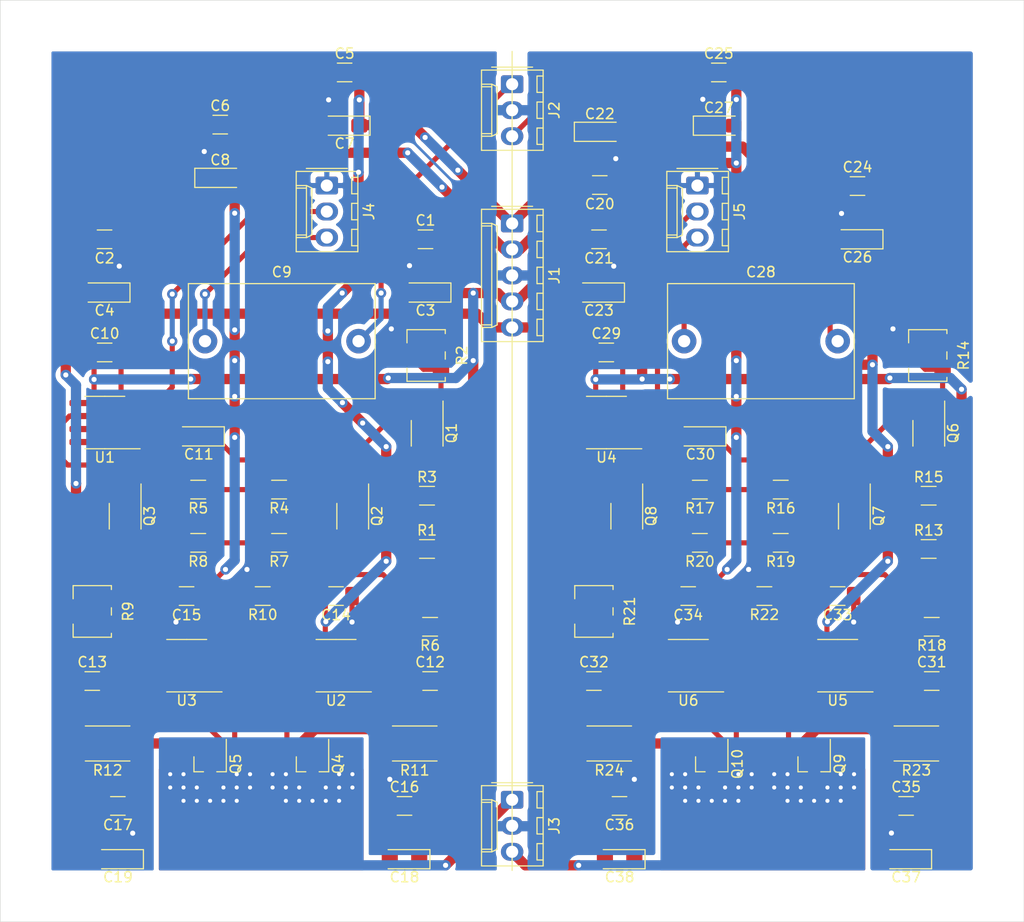
<source format=kicad_pcb>
(kicad_pcb (version 20171130) (host pcbnew "(5.1.9-0-10_14)")
  (layers (0 F.Cu signal) (31 B.Cu signal) (36 B.SilkS user) (37 F.SilkS user) (38 B.Mask user) (39 F.Mask user) (44 Edge.Cuts user))
  (net 0 "")
  (net 1 Vcc)
  (net 2 GND)
  (net 3 Vee)
  (net 4 Vcc_hi)
  (net 5 Vee_hi)
  (net 6 "Net-(J4-Pad2)")
  (net 7 "Net-(Q1-Pad4)")
  (net 8 "Net-(Q1-Pad3)")
  (net 9 "Net-(Q1-Pad1)")
  (net 10 "Net-(Q2-Pad4)")
  (net 11 "Net-(Q2-Pad3)")
  (net 12 "Net-(Q3-Pad4)")
  (net 13 "Net-(Q3-Pad3)")
  (net 14 "Net-(Q4-Pad2)")
  (net 15 "Net-(Q4-Pad1)")
  (net 16 "Net-(Q5-Pad2)")
  (net 17 "Net-(Q5-Pad1)")
  (net 18 "Net-(J5-Pad2)")
  (net 19 "Net-(Q6-Pad4)")
  (net 20 "Net-(Q6-Pad3)")
  (net 21 "Net-(Q6-Pad1)")
  (net 22 "Net-(Q7-Pad4)")
  (net 23 "Net-(Q7-Pad3)")
  (net 24 "Net-(Q8-Pad4)")
  (net 25 "Net-(Q8-Pad3)")
  (net 26 "Net-(Q9-Pad2)")
  (net 27 "Net-(Q9-Pad1)")
  (net 28 "Net-(Q10-Pad2)")
  (net 29 "Net-(Q10-Pad1)")
  (net 30 "Net-(U6-Pad8)")
  (net 31 "Net-(U6-Pad5)")
  (net 32 "Net-(U6-Pad1)")
  (net 33 "/Channel L/IN")
  (net 34 "Net-(C9-Pad1)")
  (net 35 "Net-(C11-Pad2)")
  (net 36 "Net-(C11-Pad1)")
  (net 37 "Net-(C12-Pad1)")
  (net 38 "Net-(C13-Pad2)")
  (net 39 "/Channel R/IN")
  (net 40 "Net-(C28-Pad1)")
  (net 41 "Net-(C30-Pad2)")
  (net 42 "Net-(C30-Pad1)")
  (net 43 "Net-(C31-Pad1)")
  (net 44 "Net-(C32-Pad2)")
  (net 45 "/Channel R/OUT")
  (net 46 "/Channel L/OUT")
  (net 47 "Net-(R4-Pad2)")
  (net 48 "Net-(R10-Pad1)")
  (net 49 "Net-(R16-Pad2)")
  (net 50 "Net-(R19-Pad2)")
  (net 51 "Net-(U1-Pad8)")
  (net 52 "Net-(U1-Pad5)")
  (net 53 "Net-(U1-Pad1)")
  (net 54 "Net-(U2-Pad8)")
  (net 55 "Net-(U2-Pad5)")
  (net 56 "Net-(U2-Pad1)")
  (net 57 "Net-(U3-Pad8)")
  (net 58 "Net-(U3-Pad5)")
  (net 59 "Net-(U3-Pad1)")
  (net 60 "Net-(U4-Pad8)")
  (net 61 "Net-(U4-Pad5)")
  (net 62 "Net-(U4-Pad1)")
  (net 63 "Net-(U5-Pad8)")
  (net 64 "Net-(U5-Pad5)")
  (net 65 "Net-(U5-Pad1)")
  (module Resistor_SMD:R_1206_3216Metric_Pad1.30x1.75mm_HandSolder (layer F.Cu) (at 60.7875 106)
    (fp_text reference R1 (at 0 -1.82) (layer F.SilkS))
    (fp_text value 1k)
    (pad 2 smd roundrect (at 1.55 0) (size 1.3 1.75) (layers F.Cu F.Paste F.Mask) (roundrect_rratio 0.1923076923076923) (net 1 Vcc))
    (pad 1 smd roundrect (at -1.55 0) (size 1.3 1.75) (layers F.Cu F.Paste F.Mask) (roundrect_rratio 0.1923076923076923) (net 7 "Net-(Q1-Pad4)"))
  )
  (module Connector_Molex:Molex_KK-254_AE-6410-03A_1x03_P2.54mm_Vertical (layer F.Cu) (at 69.1 130.5 270)
    (fp_text reference J3 (at 2.54 -4.12 90) (layer F.SilkS))
    (fp_text value OUT)
    (pad 3 thru_hole oval (at 5.08 0 270) (size 1.74 2.19) (drill 1.19) (layers *.Cu *.Mask) (net 45 "/Channel R/OUT"))
    (pad 2 thru_hole oval (at 2.54 0 270) (size 1.74 2.19) (drill 1.19) (layers *.Cu *.Mask) (net 2 GND))
    (pad 1 thru_hole roundrect (at 0 0 270) (size 1.74 2.19) (drill 1.19) (layers *.Cu *.Mask) (roundrect_rratio 0.1436775862068966) (net 46 "/Channel L/OUT"))
  )
  (module Connector_Molex:Molex_KK-254_AE-6410-03A_1x03_P2.54mm_Vertical (layer F.Cu) (at 69.1 60.6 270)
    (fp_text reference J2 (at 2.54 -4.12 90) (layer F.SilkS))
    (fp_text value IN)
    (pad 3 thru_hole oval (at 5.08 0 270) (size 1.74 2.19) (drill 1.19) (layers *.Cu *.Mask) (net 39 "/Channel R/IN"))
    (pad 2 thru_hole oval (at 2.54 0 270) (size 1.74 2.19) (drill 1.19) (layers *.Cu *.Mask) (net 2 GND))
    (pad 1 thru_hole roundrect (at 0 0 270) (size 1.74 2.19) (drill 1.19) (layers *.Cu *.Mask) (roundrect_rratio 0.1436775862068966) (net 33 "/Channel L/IN"))
  )
  (module Connector_Molex:Molex_KK-254_AE-6410-05A_1x05_P2.54mm_Vertical (layer F.Cu) (at 69.1 74.2 270)
    (fp_text reference J1 (at 5.08 -4.12 90) (layer F.SilkS))
    (fp_text value POWER)
    (pad 5 thru_hole oval (at 10.16 0 270) (size 1.74 2.19) (drill 1.19) (layers *.Cu *.Mask) (net 3 Vee))
    (pad 4 thru_hole oval (at 7.62 0 270) (size 1.74 2.19) (drill 1.19) (layers *.Cu *.Mask) (net 1 Vcc))
    (pad 3 thru_hole oval (at 5.08 0 270) (size 1.74 2.19) (drill 1.19) (layers *.Cu *.Mask) (net 2 GND))
    (pad 2 thru_hole oval (at 2.54 0 270) (size 1.74 2.19) (drill 1.19) (layers *.Cu *.Mask) (net 5 Vee_hi))
    (pad 1 thru_hole roundrect (at 0 0 270) (size 1.74 2.19) (drill 1.19) (layers *.Cu *.Mask) (roundrect_rratio 0.1436775862068966) (net 4 Vcc_hi))
  )
  (module Package_SO:SOIC-8_3.9x4.9mm_P1.27mm (layer F.Cu) (at 86.3125 117.4 180)
    (fp_text reference U6 (at 0 -3.4) (layer F.SilkS))
    (fp_text value OPA1611)
    (pad 8 smd roundrect (at 2.475 -1.905 180) (size 1.95 0.6) (layers F.Cu F.Paste F.Mask) (net 30 "Net-(U6-Pad8)"))
    (pad 7 smd roundrect (at 2.475 -0.635 180) (size 1.95 0.6) (layers F.Cu F.Paste F.Mask) (net 2 GND))
    (pad 6 smd roundrect (at 2.475 0.635 180) (size 1.95 0.6) (layers F.Cu F.Paste F.Mask) (net 29 "Net-(Q10-Pad1)"))
    (pad 5 smd roundrect (at 2.475 1.905 180) (size 1.95 0.6) (layers F.Cu F.Paste F.Mask) (net 31 "Net-(U6-Pad5)"))
    (pad 4 smd roundrect (at -2.475 1.905 180) (size 1.95 0.6) (layers F.Cu F.Paste F.Mask) (net 5 Vee_hi))
    (pad 3 smd roundrect (at -2.475 0.635 180) (size 1.95 0.6) (layers F.Cu F.Paste F.Mask) (net 44 "Net-(C32-Pad2)"))
    (pad 2 smd roundrect (at -2.475 -0.635 180) (size 1.95 0.6) (layers F.Cu F.Paste F.Mask) (net 28 "Net-(Q10-Pad2)"))
    (pad 1 smd roundrect (at -2.475 -1.905 180) (size 1.95 0.6) (layers F.Cu F.Paste F.Mask) (net 32 "Net-(U6-Pad1)"))
  )
  (module Package_SO:SOIC-8_3.9x4.9mm_P1.27mm (layer F.Cu) (at 100.9 117.4 180)
    (fp_text reference U5 (at 0 -3.4) (layer F.SilkS))
    (fp_text value OPA1611)
    (pad 8 smd roundrect (at 2.475 -1.905 180) (size 1.95 0.6) (layers F.Cu F.Paste F.Mask) (net 63 "Net-(U5-Pad8)"))
    (pad 7 smd roundrect (at 2.475 -0.635 180) (size 1.95 0.6) (layers F.Cu F.Paste F.Mask) (net 4 Vcc_hi))
    (pad 6 smd roundrect (at 2.475 0.635 180) (size 1.95 0.6) (layers F.Cu F.Paste F.Mask) (net 27 "Net-(Q9-Pad1)"))
    (pad 5 smd roundrect (at 2.475 1.905 180) (size 1.95 0.6) (layers F.Cu F.Paste F.Mask) (net 64 "Net-(U5-Pad5)"))
    (pad 4 smd roundrect (at -2.475 1.905 180) (size 1.95 0.6) (layers F.Cu F.Paste F.Mask) (net 2 GND))
    (pad 3 smd roundrect (at -2.475 0.635 180) (size 1.95 0.6) (layers F.Cu F.Paste F.Mask) (net 43 "Net-(C31-Pad1)"))
    (pad 2 smd roundrect (at -2.475 -0.635 180) (size 1.95 0.6) (layers F.Cu F.Paste F.Mask) (net 26 "Net-(Q9-Pad2)"))
    (pad 1 smd roundrect (at -2.475 -1.905 180) (size 1.95 0.6) (layers F.Cu F.Paste F.Mask) (net 65 "Net-(U5-Pad1)"))
  )
  (module Package_SO:SOIC-8_3.9x4.9mm_P1.27mm (layer F.Cu) (at 78.3125 93.65 180)
    (fp_text reference U4 (at 0 -3.4) (layer F.SilkS))
    (fp_text value OPA1641)
    (pad 8 smd roundrect (at 2.475 -1.905 180) (size 1.95 0.6) (layers F.Cu F.Paste F.Mask) (net 60 "Net-(U4-Pad8)"))
    (pad 7 smd roundrect (at 2.475 -0.635 180) (size 1.95 0.6) (layers F.Cu F.Paste F.Mask) (net 1 Vcc))
    (pad 6 smd roundrect (at 2.475 0.635 180) (size 1.95 0.6) (layers F.Cu F.Paste F.Mask) (net 41 "Net-(C30-Pad2)"))
    (pad 5 smd roundrect (at 2.475 1.905 180) (size 1.95 0.6) (layers F.Cu F.Paste F.Mask) (net 61 "Net-(U4-Pad5)"))
    (pad 4 smd roundrect (at -2.475 1.905 180) (size 1.95 0.6) (layers F.Cu F.Paste F.Mask) (net 3 Vee))
    (pad 3 smd roundrect (at -2.475 0.635 180) (size 1.95 0.6) (layers F.Cu F.Paste F.Mask) (net 18 "Net-(J5-Pad2)"))
    (pad 2 smd roundrect (at -2.475 -0.635 180) (size 1.95 0.6) (layers F.Cu F.Paste F.Mask) (net 50 "Net-(R19-Pad2)"))
    (pad 1 smd roundrect (at -2.475 -1.905 180) (size 1.95 0.6) (layers F.Cu F.Paste F.Mask) (net 62 "Net-(U4-Pad1)"))
  )
  (module Package_SO:SOIC-8_3.9x4.9mm_P1.27mm (layer F.Cu) (at 37.3125 117.4 180)
    (fp_text reference U3 (at 0 -3.4) (layer F.SilkS))
    (fp_text value OPA1611)
    (pad 8 smd roundrect (at 2.475 -1.905 180) (size 1.95 0.6) (layers F.Cu F.Paste F.Mask) (net 57 "Net-(U3-Pad8)"))
    (pad 7 smd roundrect (at 2.475 -0.635 180) (size 1.95 0.6) (layers F.Cu F.Paste F.Mask) (net 2 GND))
    (pad 6 smd roundrect (at 2.475 0.635 180) (size 1.95 0.6) (layers F.Cu F.Paste F.Mask) (net 17 "Net-(Q5-Pad1)"))
    (pad 5 smd roundrect (at 2.475 1.905 180) (size 1.95 0.6) (layers F.Cu F.Paste F.Mask) (net 58 "Net-(U3-Pad5)"))
    (pad 4 smd roundrect (at -2.475 1.905 180) (size 1.95 0.6) (layers F.Cu F.Paste F.Mask) (net 5 Vee_hi))
    (pad 3 smd roundrect (at -2.475 0.635 180) (size 1.95 0.6) (layers F.Cu F.Paste F.Mask) (net 38 "Net-(C13-Pad2)"))
    (pad 2 smd roundrect (at -2.475 -0.635 180) (size 1.95 0.6) (layers F.Cu F.Paste F.Mask) (net 16 "Net-(Q5-Pad2)"))
    (pad 1 smd roundrect (at -2.475 -1.905 180) (size 1.95 0.6) (layers F.Cu F.Paste F.Mask) (net 59 "Net-(U3-Pad1)"))
  )
  (module Package_SO:SOIC-8_3.9x4.9mm_P1.27mm (layer F.Cu) (at 51.9 117.4 180)
    (fp_text reference U2 (at 0 -3.4) (layer F.SilkS))
    (fp_text value OPA1611)
    (pad 8 smd roundrect (at 2.475 -1.905 180) (size 1.95 0.6) (layers F.Cu F.Paste F.Mask) (net 54 "Net-(U2-Pad8)"))
    (pad 7 smd roundrect (at 2.475 -0.635 180) (size 1.95 0.6) (layers F.Cu F.Paste F.Mask) (net 4 Vcc_hi))
    (pad 6 smd roundrect (at 2.475 0.635 180) (size 1.95 0.6) (layers F.Cu F.Paste F.Mask) (net 15 "Net-(Q4-Pad1)"))
    (pad 5 smd roundrect (at 2.475 1.905 180) (size 1.95 0.6) (layers F.Cu F.Paste F.Mask) (net 55 "Net-(U2-Pad5)"))
    (pad 4 smd roundrect (at -2.475 1.905 180) (size 1.95 0.6) (layers F.Cu F.Paste F.Mask) (net 2 GND))
    (pad 3 smd roundrect (at -2.475 0.635 180) (size 1.95 0.6) (layers F.Cu F.Paste F.Mask) (net 37 "Net-(C12-Pad1)"))
    (pad 2 smd roundrect (at -2.475 -0.635 180) (size 1.95 0.6) (layers F.Cu F.Paste F.Mask) (net 14 "Net-(Q4-Pad2)"))
    (pad 1 smd roundrect (at -2.475 -1.905 180) (size 1.95 0.6) (layers F.Cu F.Paste F.Mask) (net 56 "Net-(U2-Pad1)"))
  )
  (module Package_SO:SOIC-8_3.9x4.9mm_P1.27mm (layer F.Cu) (at 29.3125 93.65 180)
    (fp_text reference U1 (at 0 -3.4) (layer F.SilkS))
    (fp_text value OPA1641)
    (pad 8 smd roundrect (at 2.475 -1.905 180) (size 1.95 0.6) (layers F.Cu F.Paste F.Mask) (net 51 "Net-(U1-Pad8)"))
    (pad 7 smd roundrect (at 2.475 -0.635 180) (size 1.95 0.6) (layers F.Cu F.Paste F.Mask) (net 1 Vcc))
    (pad 6 smd roundrect (at 2.475 0.635 180) (size 1.95 0.6) (layers F.Cu F.Paste F.Mask) (net 35 "Net-(C11-Pad2)"))
    (pad 5 smd roundrect (at 2.475 1.905 180) (size 1.95 0.6) (layers F.Cu F.Paste F.Mask) (net 52 "Net-(U1-Pad5)"))
    (pad 4 smd roundrect (at -2.475 1.905 180) (size 1.95 0.6) (layers F.Cu F.Paste F.Mask) (net 3 Vee))
    (pad 3 smd roundrect (at -2.475 0.635 180) (size 1.95 0.6) (layers F.Cu F.Paste F.Mask) (net 6 "Net-(J4-Pad2)"))
    (pad 2 smd roundrect (at -2.475 -0.635 180) (size 1.95 0.6) (layers F.Cu F.Paste F.Mask) (net 48 "Net-(R10-Pad1)"))
    (pad 1 smd roundrect (at -2.475 -1.905 180) (size 1.95 0.6) (layers F.Cu F.Paste F.Mask) (net 53 "Net-(U1-Pad1)"))
  )
  (module Resistor_SMD:R_2512_6332Metric_Pad1.40x3.35mm_HandSolder (layer F.Cu) (at 78.5875 125 180)
    (fp_text reference R24 (at 0 -2.62) (layer F.SilkS))
    (fp_text value "15 2W")
    (pad 2 smd roundrect (at 3.05 0 180) (size 1.4 3.35) (layers F.Cu F.Paste F.Mask) (roundrect_rratio 0.1785707142857143) (net 3 Vee))
    (pad 1 smd roundrect (at -3.05 0 180) (size 1.4 3.35) (layers F.Cu F.Paste F.Mask) (roundrect_rratio 0.1785707142857143) (net 28 "Net-(Q10-Pad2)"))
  )
  (module Resistor_SMD:R_2512_6332Metric_Pad1.40x3.35mm_HandSolder (layer F.Cu) (at 108.5875 125 180)
    (fp_text reference R23 (at 0 -2.62) (layer F.SilkS))
    (fp_text value "15 2W")
    (pad 2 smd roundrect (at 3.05 0 180) (size 1.4 3.35) (layers F.Cu F.Paste F.Mask) (roundrect_rratio 0.1785707142857143) (net 26 "Net-(Q9-Pad2)"))
    (pad 1 smd roundrect (at -3.05 0 180) (size 1.4 3.35) (layers F.Cu F.Paste F.Mask) (roundrect_rratio 0.1785707142857143) (net 1 Vcc))
  )
  (module Resistor_SMD:R_1206_3216Metric_Pad1.30x1.75mm_HandSolder (layer F.Cu) (at 93.7375 110.6 180)
    (fp_text reference R22 (at 0 -1.82) (layer F.SilkS))
    (fp_text value 680)
    (pad 2 smd roundrect (at 1.55 0 180) (size 1.3 1.75) (layers F.Cu F.Paste F.Mask) (roundrect_rratio 0.1923076923076923) (net 2 GND))
    (pad 1 smd roundrect (at -1.55 0 180) (size 1.3 1.75) (layers F.Cu F.Paste F.Mask) (roundrect_rratio 0.1923076923076923) (net 50 "Net-(R19-Pad2)"))
  )
  (module Potentiometer_SMD:Potentiometer_Bourns_3224W_Vertical (layer F.Cu) (at 77.0875 112.1 270)
    (fp_text reference R21 (at 0 -3.5 90) (layer F.SilkS))
    (fp_text value 1k)
    (pad 3 smd rect (at -1.25 -1.45 270) (size 1.3 1.6) (layers F.Cu F.Paste F.Mask) (net 3 Vee))
    (pad 2 smd rect (at 0 1.45 270) (size 2 1.6) (layers F.Cu F.Paste F.Mask) (net 3 Vee))
    (pad 1 smd rect (at 1.25 -1.45 270) (size 1.3 1.6) (layers F.Cu F.Paste F.Mask) (net 44 "Net-(C32-Pad2)"))
  )
  (module Resistor_SMD:R_1206_3216Metric_Pad1.30x1.75mm_HandSolder (layer F.Cu) (at 87.4375 105.4 180)
    (fp_text reference R20 (at 0 -1.82) (layer F.SilkS))
    (fp_text value 1k)
    (pad 2 smd roundrect (at 1.55 0 180) (size 1.3 1.75) (layers F.Cu F.Paste F.Mask) (roundrect_rratio 0.1923076923076923) (net 25 "Net-(Q8-Pad3)"))
    (pad 1 smd roundrect (at -1.55 0 180) (size 1.3 1.75) (layers F.Cu F.Paste F.Mask) (roundrect_rratio 0.1923076923076923) (net 50 "Net-(R19-Pad2)"))
  )
  (module Resistor_SMD:R_1206_3216Metric_Pad1.30x1.75mm_HandSolder (layer F.Cu) (at 95.3375 105.4 180)
    (fp_text reference R19 (at 0 -1.82) (layer F.SilkS))
    (fp_text value 1k)
    (pad 2 smd roundrect (at 1.55 0 180) (size 1.3 1.75) (layers F.Cu F.Paste F.Mask) (roundrect_rratio 0.1923076923076923) (net 50 "Net-(R19-Pad2)"))
    (pad 1 smd roundrect (at -1.55 0 180) (size 1.3 1.75) (layers F.Cu F.Paste F.Mask) (roundrect_rratio 0.1923076923076923) (net 23 "Net-(Q7-Pad3)"))
  )
  (module Resistor_SMD:R_1206_3216Metric_Pad1.30x1.75mm_HandSolder (layer F.Cu) (at 110.0875 113.6 180)
    (fp_text reference R18 (at 0 -1.82) (layer F.SilkS))
    (fp_text value 680)
    (pad 2 smd roundrect (at 1.55 0 180) (size 1.3 1.75) (layers F.Cu F.Paste F.Mask) (roundrect_rratio 0.1923076923076923) (net 43 "Net-(C31-Pad1)"))
    (pad 1 smd roundrect (at -1.55 0 180) (size 1.3 1.75) (layers F.Cu F.Paste F.Mask) (roundrect_rratio 0.1923076923076923) (net 1 Vcc))
  )
  (module Resistor_SMD:R_1206_3216Metric_Pad1.30x1.75mm_HandSolder (layer F.Cu) (at 87.4375 100.2 180)
    (fp_text reference R17 (at 0 -1.82) (layer F.SilkS))
    (fp_text value 1k)
    (pad 2 smd roundrect (at 1.55 0 180) (size 1.3 1.75) (layers F.Cu F.Paste F.Mask) (roundrect_rratio 0.1923076923076923) (net 24 "Net-(Q8-Pad4)"))
    (pad 1 smd roundrect (at -1.55 0 180) (size 1.3 1.75) (layers F.Cu F.Paste F.Mask) (roundrect_rratio 0.1923076923076923) (net 49 "Net-(R16-Pad2)"))
  )
  (module Resistor_SMD:R_1206_3216Metric_Pad1.30x1.75mm_HandSolder (layer F.Cu) (at 95.3375 100.2 180)
    (fp_text reference R16 (at 0 -1.82) (layer F.SilkS))
    (fp_text value 1k)
    (pad 2 smd roundrect (at 1.55 0 180) (size 1.3 1.75) (layers F.Cu F.Paste F.Mask) (roundrect_rratio 0.1923076923076923) (net 49 "Net-(R16-Pad2)"))
    (pad 1 smd roundrect (at -1.55 0 180) (size 1.3 1.75) (layers F.Cu F.Paste F.Mask) (roundrect_rratio 0.1923076923076923) (net 22 "Net-(Q7-Pad4)"))
  )
  (module Resistor_SMD:R_1206_3216Metric_Pad1.30x1.75mm_HandSolder (layer F.Cu) (at 109.7875 100.8)
    (fp_text reference R15 (at 0 -1.82) (layer F.SilkS))
    (fp_text value 1k)
    (pad 2 smd roundrect (at 1.55 0) (size 1.3 1.75) (layers F.Cu F.Paste F.Mask) (roundrect_rratio 0.1923076923076923) (net 1 Vcc))
    (pad 1 smd roundrect (at -1.55 0) (size 1.3 1.75) (layers F.Cu F.Paste F.Mask) (roundrect_rratio 0.1923076923076923) (net 20 "Net-(Q6-Pad3)"))
  )
  (module Potentiometer_SMD:Potentiometer_Bourns_3224W_Vertical (layer F.Cu) (at 109.7 87.1 270)
    (fp_text reference R14 (at 0 -3.5 90) (layer F.SilkS))
    (fp_text value 10k)
    (pad 3 smd rect (at -1.25 -1.45 270) (size 1.3 1.6) (layers F.Cu F.Paste F.Mask) (net 2 GND))
    (pad 2 smd rect (at 0 1.45 270) (size 2 1.6) (layers F.Cu F.Paste F.Mask) (net 21 "Net-(Q6-Pad1)"))
    (pad 1 smd rect (at 1.25 -1.45 270) (size 1.3 1.6) (layers F.Cu F.Paste F.Mask) (net 21 "Net-(Q6-Pad1)"))
  )
  (module Resistor_SMD:R_1206_3216Metric_Pad1.30x1.75mm_HandSolder (layer F.Cu) (at 109.7875 106)
    (fp_text reference R13 (at 0 -1.82) (layer F.SilkS))
    (fp_text value 1k)
    (pad 2 smd roundrect (at 1.55 0) (size 1.3 1.75) (layers F.Cu F.Paste F.Mask) (roundrect_rratio 0.1923076923076923) (net 1 Vcc))
    (pad 1 smd roundrect (at -1.55 0) (size 1.3 1.75) (layers F.Cu F.Paste F.Mask) (roundrect_rratio 0.1923076923076923) (net 19 "Net-(Q6-Pad4)"))
  )
  (module Resistor_SMD:R_2512_6332Metric_Pad1.40x3.35mm_HandSolder (layer F.Cu) (at 29.5875 125 180)
    (fp_text reference R12 (at 0 -2.62) (layer F.SilkS))
    (fp_text value "15 2W")
    (pad 2 smd roundrect (at 3.05 0 180) (size 1.4 3.35) (layers F.Cu F.Paste F.Mask) (roundrect_rratio 0.1785707142857143) (net 3 Vee))
    (pad 1 smd roundrect (at -3.05 0 180) (size 1.4 3.35) (layers F.Cu F.Paste F.Mask) (roundrect_rratio 0.1785707142857143) (net 16 "Net-(Q5-Pad2)"))
  )
  (module Resistor_SMD:R_2512_6332Metric_Pad1.40x3.35mm_HandSolder (layer F.Cu) (at 59.5875 125 180)
    (fp_text reference R11 (at 0 -2.62) (layer F.SilkS))
    (fp_text value "15 2W")
    (pad 2 smd roundrect (at 3.05 0 180) (size 1.4 3.35) (layers F.Cu F.Paste F.Mask) (roundrect_rratio 0.1785707142857143) (net 14 "Net-(Q4-Pad2)"))
    (pad 1 smd roundrect (at -3.05 0 180) (size 1.4 3.35) (layers F.Cu F.Paste F.Mask) (roundrect_rratio 0.1785707142857143) (net 1 Vcc))
  )
  (module Resistor_SMD:R_1206_3216Metric_Pad1.30x1.75mm_HandSolder (layer F.Cu) (at 44.7375 110.6 180)
    (fp_text reference R10 (at 0 -1.82) (layer F.SilkS))
    (fp_text value 680)
    (pad 2 smd roundrect (at 1.55 0 180) (size 1.3 1.75) (layers F.Cu F.Paste F.Mask) (roundrect_rratio 0.1923076923076923) (net 2 GND))
    (pad 1 smd roundrect (at -1.55 0 180) (size 1.3 1.75) (layers F.Cu F.Paste F.Mask) (roundrect_rratio 0.1923076923076923) (net 48 "Net-(R10-Pad1)"))
  )
  (module Potentiometer_SMD:Potentiometer_Bourns_3224W_Vertical (layer F.Cu) (at 28.0875 112.1 270)
    (fp_text reference R9 (at 0 -3.5 90) (layer F.SilkS))
    (fp_text value 1k)
    (pad 3 smd rect (at -1.25 -1.45 270) (size 1.3 1.6) (layers F.Cu F.Paste F.Mask) (net 3 Vee))
    (pad 2 smd rect (at 0 1.45 270) (size 2 1.6) (layers F.Cu F.Paste F.Mask) (net 3 Vee))
    (pad 1 smd rect (at 1.25 -1.45 270) (size 1.3 1.6) (layers F.Cu F.Paste F.Mask) (net 38 "Net-(C13-Pad2)"))
  )
  (module Resistor_SMD:R_1206_3216Metric_Pad1.30x1.75mm_HandSolder (layer F.Cu) (at 38.4375 105.4 180)
    (fp_text reference R8 (at 0 -1.82) (layer F.SilkS))
    (fp_text value 1k)
    (pad 2 smd roundrect (at 1.55 0 180) (size 1.3 1.75) (layers F.Cu F.Paste F.Mask) (roundrect_rratio 0.1923076923076923) (net 13 "Net-(Q3-Pad3)"))
    (pad 1 smd roundrect (at -1.55 0 180) (size 1.3 1.75) (layers F.Cu F.Paste F.Mask) (roundrect_rratio 0.1923076923076923) (net 48 "Net-(R10-Pad1)"))
  )
  (module Resistor_SMD:R_1206_3216Metric_Pad1.30x1.75mm_HandSolder (layer F.Cu) (at 46.3375 105.4 180)
    (fp_text reference R7 (at 0 -1.82) (layer F.SilkS))
    (fp_text value 1k)
    (pad 2 smd roundrect (at 1.55 0 180) (size 1.3 1.75) (layers F.Cu F.Paste F.Mask) (roundrect_rratio 0.1923076923076923) (net 48 "Net-(R10-Pad1)"))
    (pad 1 smd roundrect (at -1.55 0 180) (size 1.3 1.75) (layers F.Cu F.Paste F.Mask) (roundrect_rratio 0.1923076923076923) (net 11 "Net-(Q2-Pad3)"))
  )
  (module Resistor_SMD:R_1206_3216Metric_Pad1.30x1.75mm_HandSolder (layer F.Cu) (at 61.0875 113.6 180)
    (fp_text reference R6 (at 0 -1.82) (layer F.SilkS))
    (fp_text value 680)
    (pad 2 smd roundrect (at 1.55 0 180) (size 1.3 1.75) (layers F.Cu F.Paste F.Mask) (roundrect_rratio 0.1923076923076923) (net 37 "Net-(C12-Pad1)"))
    (pad 1 smd roundrect (at -1.55 0 180) (size 1.3 1.75) (layers F.Cu F.Paste F.Mask) (roundrect_rratio 0.1923076923076923) (net 1 Vcc))
  )
  (module Resistor_SMD:R_1206_3216Metric_Pad1.30x1.75mm_HandSolder (layer F.Cu) (at 38.4375 100.2 180)
    (fp_text reference R5 (at 0 -1.82) (layer F.SilkS))
    (fp_text value 1k)
    (pad 2 smd roundrect (at 1.55 0 180) (size 1.3 1.75) (layers F.Cu F.Paste F.Mask) (roundrect_rratio 0.1923076923076923) (net 12 "Net-(Q3-Pad4)"))
    (pad 1 smd roundrect (at -1.55 0 180) (size 1.3 1.75) (layers F.Cu F.Paste F.Mask) (roundrect_rratio 0.1923076923076923) (net 47 "Net-(R4-Pad2)"))
  )
  (module Resistor_SMD:R_1206_3216Metric_Pad1.30x1.75mm_HandSolder (layer F.Cu) (at 46.3375 100.2 180)
    (fp_text reference R4 (at 0 -1.82) (layer F.SilkS))
    (fp_text value 1k)
    (pad 2 smd roundrect (at 1.55 0 180) (size 1.3 1.75) (layers F.Cu F.Paste F.Mask) (roundrect_rratio 0.1923076923076923) (net 47 "Net-(R4-Pad2)"))
    (pad 1 smd roundrect (at -1.55 0 180) (size 1.3 1.75) (layers F.Cu F.Paste F.Mask) (roundrect_rratio 0.1923076923076923) (net 10 "Net-(Q2-Pad4)"))
  )
  (module Resistor_SMD:R_1206_3216Metric_Pad1.30x1.75mm_HandSolder (layer F.Cu) (at 60.7875 100.8)
    (fp_text reference R3 (at 0 -1.82) (layer F.SilkS))
    (fp_text value 1k)
    (pad 2 smd roundrect (at 1.55 0) (size 1.3 1.75) (layers F.Cu F.Paste F.Mask) (roundrect_rratio 0.1923076923076923) (net 1 Vcc))
    (pad 1 smd roundrect (at -1.55 0) (size 1.3 1.75) (layers F.Cu F.Paste F.Mask) (roundrect_rratio 0.1923076923076923) (net 8 "Net-(Q1-Pad3)"))
  )
  (module Potentiometer_SMD:Potentiometer_Bourns_3224W_Vertical (layer F.Cu) (at 60.7 87.1 270)
    (fp_text reference R2 (at 0 -3.5 90) (layer F.SilkS))
    (fp_text value 10k)
    (pad 3 smd rect (at -1.25 -1.45 270) (size 1.3 1.6) (layers F.Cu F.Paste F.Mask) (net 2 GND))
    (pad 2 smd rect (at 0 1.45 270) (size 2 1.6) (layers F.Cu F.Paste F.Mask) (net 9 "Net-(Q1-Pad1)"))
    (pad 1 smd rect (at 1.25 -1.45 270) (size 1.3 1.6) (layers F.Cu F.Paste F.Mask) (net 9 "Net-(Q1-Pad1)"))
  )
  (module Package_TO_SOT_SMD:SOT-23_Handsoldering (layer F.Cu) (at 88.6 127 270)
    (fp_text reference Q10 (at 0 -2.5 90) (layer F.SilkS))
    (fp_text value BC817)
    (pad 3 smd rect (at 1.5 0 270) (size 1.9 0.8) (layers F.Cu F.Paste F.Mask) (net 45 "/Channel R/OUT"))
    (pad 2 smd rect (at -1.5 0.95 270) (size 1.9 0.8) (layers F.Cu F.Paste F.Mask) (net 28 "Net-(Q10-Pad2)"))
    (pad 1 smd rect (at -1.5 -0.95 270) (size 1.9 0.8) (layers F.Cu F.Paste F.Mask) (net 29 "Net-(Q10-Pad1)"))
  )
  (module Package_TO_SOT_SMD:SOT-23_Handsoldering (layer F.Cu) (at 98.6 127 270)
    (fp_text reference Q9 (at 0 -2.5 90) (layer F.SilkS))
    (fp_text value BC807)
    (pad 3 smd rect (at 1.5 0 270) (size 1.9 0.8) (layers F.Cu F.Paste F.Mask) (net 45 "/Channel R/OUT"))
    (pad 2 smd rect (at -1.5 0.95 270) (size 1.9 0.8) (layers F.Cu F.Paste F.Mask) (net 26 "Net-(Q9-Pad2)"))
    (pad 1 smd rect (at -1.5 -0.95 270) (size 1.9 0.8) (layers F.Cu F.Paste F.Mask) (net 27 "Net-(Q9-Pad1)"))
  )
  (module Package_TO_SOT_SMD:SOT-143_Handsoldering (layer F.Cu) (at 80.3 102.8 270)
    (fp_text reference Q8 (at -0.02 -2.38 90) (layer F.SilkS))
    (fp_text value BCM62B)
    (pad 4 smd trapezoid (at 1.8 -0.95 180) (size 1 2.8) (layers F.Cu F.Paste F.Mask) (net 24 "Net-(Q8-Pad4)"))
    (pad 3 smd rect (at 1.8 0.95 180) (size 1 2.8) (layers F.Cu F.Paste F.Mask) (net 25 "Net-(Q8-Pad3)"))
    (pad 2 smd rect (at -1.8 0.95 180) (size 1 2.8) (layers F.Cu F.Paste F.Mask) (net 44 "Net-(C32-Pad2)"))
    (pad 1 smd rect (at -1.8 -0.77 180) (size 1.2 2.8) (layers F.Cu F.Paste F.Mask) (net 41 "Net-(C30-Pad2)"))
  )
  (module Package_TO_SOT_SMD:SOT-143_Handsoldering (layer F.Cu) (at 102.53 102.8 270)
    (fp_text reference Q7 (at -0.02 -2.38 90) (layer F.SilkS))
    (fp_text value BCM61B)
    (pad 4 smd trapezoid (at 1.8 -0.95 180) (size 1 2.8) (layers F.Cu F.Paste F.Mask) (net 22 "Net-(Q7-Pad4)"))
    (pad 3 smd rect (at 1.8 0.95 180) (size 1 2.8) (layers F.Cu F.Paste F.Mask) (net 23 "Net-(Q7-Pad3)"))
    (pad 2 smd rect (at -1.8 0.95 180) (size 1 2.8) (layers F.Cu F.Paste F.Mask) (net 43 "Net-(C31-Pad1)"))
    (pad 1 smd rect (at -1.8 -0.77 180) (size 1.2 2.8) (layers F.Cu F.Paste F.Mask) (net 42 "Net-(C30-Pad1)"))
  )
  (module Package_TO_SOT_SMD:SOT-143_Handsoldering (layer F.Cu) (at 109.8 94.7 270)
    (fp_text reference Q6 (at -0.02 -2.38 90) (layer F.SilkS))
    (fp_text value BCM62B)
    (pad 4 smd trapezoid (at 1.8 -0.95 180) (size 1 2.8) (layers F.Cu F.Paste F.Mask) (net 19 "Net-(Q6-Pad4)"))
    (pad 3 smd rect (at 1.8 0.95 180) (size 1 2.8) (layers F.Cu F.Paste F.Mask) (net 20 "Net-(Q6-Pad3)"))
    (pad 2 smd rect (at -1.8 0.95 180) (size 1 2.8) (layers F.Cu F.Paste F.Mask) (net 42 "Net-(C30-Pad1)"))
    (pad 1 smd rect (at -1.8 -0.77 180) (size 1.2 2.8) (layers F.Cu F.Paste F.Mask) (net 21 "Net-(Q6-Pad1)"))
  )
  (module Package_TO_SOT_SMD:SOT-23_Handsoldering (layer F.Cu) (at 39.6 127 270)
    (fp_text reference Q5 (at 0 -2.5 90) (layer F.SilkS))
    (fp_text value BC817)
    (pad 3 smd rect (at 1.5 0 270) (size 1.9 0.8) (layers F.Cu F.Paste F.Mask) (net 46 "/Channel L/OUT"))
    (pad 2 smd rect (at -1.5 0.95 270) (size 1.9 0.8) (layers F.Cu F.Paste F.Mask) (net 16 "Net-(Q5-Pad2)"))
    (pad 1 smd rect (at -1.5 -0.95 270) (size 1.9 0.8) (layers F.Cu F.Paste F.Mask) (net 17 "Net-(Q5-Pad1)"))
  )
  (module Package_TO_SOT_SMD:SOT-23_Handsoldering (layer F.Cu) (at 49.6 127 270)
    (fp_text reference Q4 (at 0 -2.5 90) (layer F.SilkS))
    (fp_text value BC807)
    (pad 3 smd rect (at 1.5 0 270) (size 1.9 0.8) (layers F.Cu F.Paste F.Mask) (net 46 "/Channel L/OUT"))
    (pad 2 smd rect (at -1.5 0.95 270) (size 1.9 0.8) (layers F.Cu F.Paste F.Mask) (net 14 "Net-(Q4-Pad2)"))
    (pad 1 smd rect (at -1.5 -0.95 270) (size 1.9 0.8) (layers F.Cu F.Paste F.Mask) (net 15 "Net-(Q4-Pad1)"))
  )
  (module Package_TO_SOT_SMD:SOT-143_Handsoldering (layer F.Cu) (at 31.3 102.8 270)
    (fp_text reference Q3 (at -0.02 -2.38 90) (layer F.SilkS))
    (fp_text value BCM62B)
    (pad 4 smd trapezoid (at 1.8 -0.95 180) (size 1 2.8) (layers F.Cu F.Paste F.Mask) (net 12 "Net-(Q3-Pad4)"))
    (pad 3 smd rect (at 1.8 0.95 180) (size 1 2.8) (layers F.Cu F.Paste F.Mask) (net 13 "Net-(Q3-Pad3)"))
    (pad 2 smd rect (at -1.8 0.95 180) (size 1 2.8) (layers F.Cu F.Paste F.Mask) (net 38 "Net-(C13-Pad2)"))
    (pad 1 smd rect (at -1.8 -0.77 180) (size 1.2 2.8) (layers F.Cu F.Paste F.Mask) (net 35 "Net-(C11-Pad2)"))
  )
  (module Package_TO_SOT_SMD:SOT-143_Handsoldering (layer F.Cu) (at 53.53 102.8 270)
    (fp_text reference Q2 (at -0.02 -2.38 90) (layer F.SilkS))
    (fp_text value BCM61B)
    (pad 4 smd trapezoid (at 1.8 -0.95 180) (size 1 2.8) (layers F.Cu F.Paste F.Mask) (net 10 "Net-(Q2-Pad4)"))
    (pad 3 smd rect (at 1.8 0.95 180) (size 1 2.8) (layers F.Cu F.Paste F.Mask) (net 11 "Net-(Q2-Pad3)"))
    (pad 2 smd rect (at -1.8 0.95 180) (size 1 2.8) (layers F.Cu F.Paste F.Mask) (net 37 "Net-(C12-Pad1)"))
    (pad 1 smd rect (at -1.8 -0.77 180) (size 1.2 2.8) (layers F.Cu F.Paste F.Mask) (net 36 "Net-(C11-Pad1)"))
  )
  (module Package_TO_SOT_SMD:SOT-143_Handsoldering (layer F.Cu) (at 60.8 94.7 270)
    (fp_text reference Q1 (at -0.02 -2.38 90) (layer F.SilkS))
    (fp_text value BCM62B)
    (pad 4 smd trapezoid (at 1.8 -0.95 180) (size 1 2.8) (layers F.Cu F.Paste F.Mask) (net 7 "Net-(Q1-Pad4)"))
    (pad 3 smd rect (at 1.8 0.95 180) (size 1 2.8) (layers F.Cu F.Paste F.Mask) (net 8 "Net-(Q1-Pad3)"))
    (pad 2 smd rect (at -1.8 0.95 180) (size 1 2.8) (layers F.Cu F.Paste F.Mask) (net 36 "Net-(C11-Pad1)"))
    (pad 1 smd rect (at -1.8 -0.77 180) (size 1.2 2.8) (layers F.Cu F.Paste F.Mask) (net 9 "Net-(Q1-Pad1)"))
  )
  (module Connector_Molex:Molex_KK-254_AE-6410-03A_1x03_P2.54mm_Vertical (layer F.Cu) (at 87.2 70.5 270)
    (fp_text reference J5 (at 2.54 -4.12 90) (layer F.SilkS))
    (fp_text value ATT)
    (pad 3 thru_hole oval (at 5.08 0 270) (size 1.74 2.19) (drill 1.19) (layers *.Cu *.Mask) (net 40 "Net-(C28-Pad1)"))
    (pad 2 thru_hole oval (at 2.54 0 270) (size 1.74 2.19) (drill 1.19) (layers *.Cu *.Mask) (net 18 "Net-(J5-Pad2)"))
    (pad 1 thru_hole roundrect (at 0 0 270) (size 1.74 2.19) (drill 1.19) (layers *.Cu *.Mask) (roundrect_rratio 0.1436775862068966) (net 2 GND))
  )
  (module Connector_Molex:Molex_KK-254_AE-6410-03A_1x03_P2.54mm_Vertical (layer F.Cu) (at 51 70.5 270)
    (fp_text reference J4 (at 2.54 -4.12 90) (layer F.SilkS))
    (fp_text value ATT)
    (pad 3 thru_hole oval (at 5.08 0 270) (size 1.74 2.19) (drill 1.19) (layers *.Cu *.Mask) (net 34 "Net-(C9-Pad1)"))
    (pad 2 thru_hole oval (at 2.54 0 270) (size 1.74 2.19) (drill 1.19) (layers *.Cu *.Mask) (net 6 "Net-(J4-Pad2)"))
    (pad 1 thru_hole roundrect (at 0 0 270) (size 1.74 2.19) (drill 1.19) (layers *.Cu *.Mask) (roundrect_rratio 0.1436775862068966) (net 2 GND))
  )
  (module Capacitor_Tantalum_SMD:CP_EIA-3216-10_Kemet-I_Pad1.58x1.35mm_HandSolder (layer F.Cu) (at 79.6 136.3 180)
    (fp_text reference C38 (at 0 -1.75) (layer F.SilkS))
    (fp_text value 10u)
    (pad 2 smd roundrect (at 1.4375 0 180) (size 1.575 1.35) (layers F.Cu F.Paste F.Mask) (roundrect_rratio 0.1851844444444445) (net 3 Vee))
    (pad 1 smd roundrect (at -1.4375 0 180) (size 1.575 1.35) (layers F.Cu F.Paste F.Mask) (roundrect_rratio 0.1851844444444445) (net 2 GND))
  )
  (module Capacitor_Tantalum_SMD:CP_EIA-3216-10_Kemet-I_Pad1.58x1.35mm_HandSolder (layer F.Cu) (at 107.5875 136.3 180)
    (fp_text reference C37 (at 0 -1.75) (layer F.SilkS))
    (fp_text value 10u)
    (pad 2 smd roundrect (at 1.4375 0 180) (size 1.575 1.35) (layers F.Cu F.Paste F.Mask) (roundrect_rratio 0.1851844444444445) (net 2 GND))
    (pad 1 smd roundrect (at -1.4375 0 180) (size 1.575 1.35) (layers F.Cu F.Paste F.Mask) (roundrect_rratio 0.1851844444444445) (net 1 Vcc))
  )
  (module Capacitor_SMD:C_1206_3216Metric_Pad1.33x1.80mm_HandSolder (layer F.Cu) (at 79.5875 131.1 180)
    (fp_text reference C36 (at 0 -1.85) (layer F.SilkS))
    (fp_text value 0.1u)
    (pad 2 smd roundrect (at 1.5625 0 180) (size 1.325 1.8) (layers F.Cu F.Paste F.Mask) (roundrect_rratio 0.1886784905660377) (net 3 Vee))
    (pad 1 smd roundrect (at -1.5625 0 180) (size 1.325 1.8) (layers F.Cu F.Paste F.Mask) (roundrect_rratio 0.1886784905660377) (net 2 GND))
  )
  (module Capacitor_SMD:C_1206_3216Metric_Pad1.33x1.80mm_HandSolder (layer F.Cu) (at 107.5875 131.1)
    (fp_text reference C35 (at 0 -1.85) (layer F.SilkS))
    (fp_text value 0.1u)
    (pad 2 smd roundrect (at 1.5625 0) (size 1.325 1.8) (layers F.Cu F.Paste F.Mask) (roundrect_rratio 0.1886784905660377) (net 1 Vcc))
    (pad 1 smd roundrect (at -1.5625 0) (size 1.325 1.8) (layers F.Cu F.Paste F.Mask) (roundrect_rratio 0.1886784905660377) (net 2 GND))
  )
  (module Capacitor_SMD:C_1206_3216Metric_Pad1.33x1.80mm_HandSolder (layer F.Cu) (at 86.3 110.6 180)
    (fp_text reference C34 (at 0 -1.85) (layer F.SilkS))
    (fp_text value 0.1u)
    (pad 2 smd roundrect (at 1.5625 0 180) (size 1.325 1.8) (layers F.Cu F.Paste F.Mask) (roundrect_rratio 0.1886784905660377) (net 2 GND))
    (pad 1 smd roundrect (at -1.5625 0 180) (size 1.325 1.8) (layers F.Cu F.Paste F.Mask) (roundrect_rratio 0.1886784905660377) (net 5 Vee_hi))
  )
  (module Capacitor_SMD:C_1206_3216Metric_Pad1.33x1.80mm_HandSolder (layer F.Cu) (at 100.9 110.6 180)
    (fp_text reference C33 (at 0 -1.85) (layer F.SilkS))
    (fp_text value 0.1u)
    (pad 2 smd roundrect (at 1.5625 0 180) (size 1.325 1.8) (layers F.Cu F.Paste F.Mask) (roundrect_rratio 0.1886784905660377) (net 4 Vcc_hi))
    (pad 1 smd roundrect (at -1.5625 0 180) (size 1.325 1.8) (layers F.Cu F.Paste F.Mask) (roundrect_rratio 0.1886784905660377) (net 2 GND))
  )
  (module Capacitor_SMD:C_1206_3216Metric_Pad1.33x1.80mm_HandSolder (layer F.Cu) (at 77.0875 118.9)
    (fp_text reference C32 (at 0 -1.85) (layer F.SilkS))
    (fp_text value 56p)
    (pad 2 smd roundrect (at 1.5625 0) (size 1.325 1.8) (layers F.Cu F.Paste F.Mask) (roundrect_rratio 0.1886784905660377) (net 44 "Net-(C32-Pad2)"))
    (pad 1 smd roundrect (at -1.5625 0) (size 1.325 1.8) (layers F.Cu F.Paste F.Mask) (roundrect_rratio 0.1886784905660377) (net 3 Vee))
  )
  (module Capacitor_SMD:C_1206_3216Metric_Pad1.33x1.80mm_HandSolder (layer F.Cu) (at 110.0875 118.9)
    (fp_text reference C31 (at 0 -1.85) (layer F.SilkS))
    (fp_text value 56p)
    (pad 2 smd roundrect (at 1.5625 0) (size 1.325 1.8) (layers F.Cu F.Paste F.Mask) (roundrect_rratio 0.1886784905660377) (net 1 Vcc))
    (pad 1 smd roundrect (at -1.5625 0) (size 1.325 1.8) (layers F.Cu F.Paste F.Mask) (roundrect_rratio 0.1886784905660377) (net 43 "Net-(C31-Pad1)"))
  )
  (module Capacitor_Tantalum_SMD:CP_EIA-3216-10_Kemet-I_Pad1.58x1.35mm_HandSolder (layer F.Cu) (at 87.5 95 180)
    (fp_text reference C30 (at 0 -1.75) (layer F.SilkS))
    (fp_text value 10u)
    (pad 2 smd roundrect (at 1.4375 0 180) (size 1.575 1.35) (layers F.Cu F.Paste F.Mask) (roundrect_rratio 0.1851844444444445) (net 41 "Net-(C30-Pad2)"))
    (pad 1 smd roundrect (at -1.4375 0 180) (size 1.575 1.35) (layers F.Cu F.Paste F.Mask) (roundrect_rratio 0.1851844444444445) (net 42 "Net-(C30-Pad1)"))
  )
  (module Capacitor_SMD:C_1206_3216Metric_Pad1.33x1.80mm_HandSolder (layer F.Cu) (at 78.3 86.8)
    (fp_text reference C29 (at 0 -1.85) (layer F.SilkS))
    (fp_text value 0.1u)
    (pad 2 smd roundrect (at 1.5625 0) (size 1.325 1.8) (layers F.Cu F.Paste F.Mask) (roundrect_rratio 0.1886784905660377) (net 3 Vee))
    (pad 1 smd roundrect (at -1.5625 0) (size 1.325 1.8) (layers F.Cu F.Paste F.Mask) (roundrect_rratio 0.1886784905660377) (net 1 Vcc))
  )
  (module Capacitor_THT:C_Rect_L18.0mm_W11.0mm_P15.00mm_FKS3_FKP3 (layer F.Cu) (at 85.9 85.7)
    (fp_text reference C28 (at 7.5 -6.75) (layer F.SilkS))
    (fp_text value 2.2u)
    (pad 2 thru_hole circle (at 15 0) (size 2.4 2.4) (drill 1.2) (layers *.Cu *.Mask) (net 39 "/Channel R/IN"))
    (pad 1 thru_hole circle (at 0 0) (size 2.4 2.4) (drill 1.2) (layers *.Cu *.Mask) (net 40 "Net-(C28-Pad1)"))
  )
  (module Capacitor_Tantalum_SMD:CP_EIA-3216-10_Kemet-I_Pad1.58x1.35mm_HandSolder (layer F.Cu) (at 89.2875 64.65)
    (fp_text reference C27 (at 0 -1.75) (layer F.SilkS))
    (fp_text value 22u)
    (pad 2 smd roundrect (at 1.4375 0) (size 1.575 1.35) (layers F.Cu F.Paste F.Mask) (roundrect_rratio 0.1851844444444445) (net 5 Vee_hi))
    (pad 1 smd roundrect (at -1.4375 0) (size 1.575 1.35) (layers F.Cu F.Paste F.Mask) (roundrect_rratio 0.1851844444444445) (net 2 GND))
  )
  (module Capacitor_Tantalum_SMD:CP_EIA-3216-10_Kemet-I_Pad1.58x1.35mm_HandSolder (layer F.Cu) (at 102.8375 75.75 180)
    (fp_text reference C26 (at 0 -1.75) (layer F.SilkS))
    (fp_text value 10u)
    (pad 2 smd roundrect (at 1.4375 0 180) (size 1.575 1.35) (layers F.Cu F.Paste F.Mask) (roundrect_rratio 0.1851844444444445) (net 2 GND))
    (pad 1 smd roundrect (at -1.4375 0 180) (size 1.575 1.35) (layers F.Cu F.Paste F.Mask) (roundrect_rratio 0.1851844444444445) (net 4 Vcc_hi))
  )
  (module Capacitor_SMD:C_1206_3216Metric_Pad1.33x1.80mm_HandSolder (layer F.Cu) (at 89.2875 59.45)
    (fp_text reference C25 (at 0 -1.85) (layer F.SilkS))
    (fp_text value 0.1u)
    (pad 2 smd roundrect (at 1.5625 0) (size 1.325 1.8) (layers F.Cu F.Paste F.Mask) (roundrect_rratio 0.1886784905660377) (net 5 Vee_hi))
    (pad 1 smd roundrect (at -1.5625 0) (size 1.325 1.8) (layers F.Cu F.Paste F.Mask) (roundrect_rratio 0.1886784905660377) (net 2 GND))
  )
  (module Capacitor_SMD:C_1206_3216Metric_Pad1.33x1.80mm_HandSolder (layer F.Cu) (at 102.8375 70.55)
    (fp_text reference C24 (at 0 -1.85) (layer F.SilkS))
    (fp_text value 0.1u)
    (pad 2 smd roundrect (at 1.5625 0) (size 1.325 1.8) (layers F.Cu F.Paste F.Mask) (roundrect_rratio 0.1886784905660377) (net 4 Vcc_hi))
    (pad 1 smd roundrect (at -1.5625 0) (size 1.325 1.8) (layers F.Cu F.Paste F.Mask) (roundrect_rratio 0.1886784905660377) (net 2 GND))
  )
  (module Capacitor_Tantalum_SMD:CP_EIA-3216-10_Kemet-I_Pad1.58x1.35mm_HandSolder (layer F.Cu) (at 77.5875 80.95 180)
    (fp_text reference C23 (at 0 -1.75) (layer F.SilkS))
    (fp_text value 22u)
    (pad 2 smd roundrect (at 1.4375 0 180) (size 1.575 1.35) (layers F.Cu F.Paste F.Mask) (roundrect_rratio 0.1851844444444445) (net 3 Vee))
    (pad 1 smd roundrect (at -1.4375 0 180) (size 1.575 1.35) (layers F.Cu F.Paste F.Mask) (roundrect_rratio 0.1851844444444445) (net 2 GND))
  )
  (module Capacitor_Tantalum_SMD:CP_EIA-3216-10_Kemet-I_Pad1.58x1.35mm_HandSolder (layer F.Cu) (at 77.6625 65.25)
    (fp_text reference C22 (at 0 -1.75) (layer F.SilkS))
    (fp_text value 10u)
    (pad 2 smd roundrect (at 1.4375 0) (size 1.575 1.35) (layers F.Cu F.Paste F.Mask) (roundrect_rratio 0.1851844444444445) (net 2 GND))
    (pad 1 smd roundrect (at -1.4375 0) (size 1.575 1.35) (layers F.Cu F.Paste F.Mask) (roundrect_rratio 0.1851844444444445) (net 1 Vcc))
  )
  (module Capacitor_SMD:C_1206_3216Metric_Pad1.33x1.80mm_HandSolder (layer F.Cu) (at 77.5875 75.75 180)
    (fp_text reference C21 (at 0 -1.85) (layer F.SilkS))
    (fp_text value 0.1u)
    (pad 2 smd roundrect (at 1.5625 0 180) (size 1.325 1.8) (layers F.Cu F.Paste F.Mask) (roundrect_rratio 0.1886784905660377) (net 3 Vee))
    (pad 1 smd roundrect (at -1.5625 0 180) (size 1.325 1.8) (layers F.Cu F.Paste F.Mask) (roundrect_rratio 0.1886784905660377) (net 2 GND))
  )
  (module Capacitor_SMD:C_1206_3216Metric_Pad1.33x1.80mm_HandSolder (layer F.Cu) (at 77.6625 70.45 180)
    (fp_text reference C20 (at 0 -1.85) (layer F.SilkS))
    (fp_text value 0.1u)
    (pad 2 smd roundrect (at 1.5625 0 180) (size 1.325 1.8) (layers F.Cu F.Paste F.Mask) (roundrect_rratio 0.1886784905660377) (net 1 Vcc))
    (pad 1 smd roundrect (at -1.5625 0 180) (size 1.325 1.8) (layers F.Cu F.Paste F.Mask) (roundrect_rratio 0.1886784905660377) (net 2 GND))
  )
  (module Capacitor_Tantalum_SMD:CP_EIA-3216-10_Kemet-I_Pad1.58x1.35mm_HandSolder (layer F.Cu) (at 30.6 136.3 180)
    (fp_text reference C19 (at 0 -1.75) (layer F.SilkS))
    (fp_text value 10u)
    (pad 2 smd roundrect (at 1.4375 0 180) (size 1.575 1.35) (layers F.Cu F.Paste F.Mask) (roundrect_rratio 0.1851844444444445) (net 3 Vee))
    (pad 1 smd roundrect (at -1.4375 0 180) (size 1.575 1.35) (layers F.Cu F.Paste F.Mask) (roundrect_rratio 0.1851844444444445) (net 2 GND))
  )
  (module Capacitor_Tantalum_SMD:CP_EIA-3216-10_Kemet-I_Pad1.58x1.35mm_HandSolder (layer F.Cu) (at 58.5875 136.3 180)
    (fp_text reference C18 (at 0 -1.75) (layer F.SilkS))
    (fp_text value 10u)
    (pad 2 smd roundrect (at 1.4375 0 180) (size 1.575 1.35) (layers F.Cu F.Paste F.Mask) (roundrect_rratio 0.1851844444444445) (net 2 GND))
    (pad 1 smd roundrect (at -1.4375 0 180) (size 1.575 1.35) (layers F.Cu F.Paste F.Mask) (roundrect_rratio 0.1851844444444445) (net 1 Vcc))
  )
  (module Capacitor_SMD:C_1206_3216Metric_Pad1.33x1.80mm_HandSolder (layer F.Cu) (at 30.5875 131.1 180)
    (fp_text reference C17 (at 0 -1.85) (layer F.SilkS))
    (fp_text value 0.1u)
    (pad 2 smd roundrect (at 1.5625 0 180) (size 1.325 1.8) (layers F.Cu F.Paste F.Mask) (roundrect_rratio 0.1886784905660377) (net 3 Vee))
    (pad 1 smd roundrect (at -1.5625 0 180) (size 1.325 1.8) (layers F.Cu F.Paste F.Mask) (roundrect_rratio 0.1886784905660377) (net 2 GND))
  )
  (module Capacitor_SMD:C_1206_3216Metric_Pad1.33x1.80mm_HandSolder (layer F.Cu) (at 58.5875 131.1)
    (fp_text reference C16 (at 0 -1.85) (layer F.SilkS))
    (fp_text value 0.1u)
    (pad 2 smd roundrect (at 1.5625 0) (size 1.325 1.8) (layers F.Cu F.Paste F.Mask) (roundrect_rratio 0.1886784905660377) (net 1 Vcc))
    (pad 1 smd roundrect (at -1.5625 0) (size 1.325 1.8) (layers F.Cu F.Paste F.Mask) (roundrect_rratio 0.1886784905660377) (net 2 GND))
  )
  (module Capacitor_SMD:C_1206_3216Metric_Pad1.33x1.80mm_HandSolder (layer F.Cu) (at 37.3 110.6 180)
    (fp_text reference C15 (at 0 -1.85) (layer F.SilkS))
    (fp_text value 0.1u)
    (pad 2 smd roundrect (at 1.5625 0 180) (size 1.325 1.8) (layers F.Cu F.Paste F.Mask) (roundrect_rratio 0.1886784905660377) (net 2 GND))
    (pad 1 smd roundrect (at -1.5625 0 180) (size 1.325 1.8) (layers F.Cu F.Paste F.Mask) (roundrect_rratio 0.1886784905660377) (net 5 Vee_hi))
  )
  (module Capacitor_SMD:C_1206_3216Metric_Pad1.33x1.80mm_HandSolder (layer F.Cu) (at 51.9 110.6 180)
    (fp_text reference C14 (at 0 -1.85) (layer F.SilkS))
    (fp_text value 0.1u)
    (pad 2 smd roundrect (at 1.5625 0 180) (size 1.325 1.8) (layers F.Cu F.Paste F.Mask) (roundrect_rratio 0.1886784905660377) (net 4 Vcc_hi))
    (pad 1 smd roundrect (at -1.5625 0 180) (size 1.325 1.8) (layers F.Cu F.Paste F.Mask) (roundrect_rratio 0.1886784905660377) (net 2 GND))
  )
  (module Capacitor_SMD:C_1206_3216Metric_Pad1.33x1.80mm_HandSolder (layer F.Cu) (at 28.0875 118.9)
    (fp_text reference C13 (at 0 -1.85) (layer F.SilkS))
    (fp_text value 56p)
    (pad 2 smd roundrect (at 1.5625 0) (size 1.325 1.8) (layers F.Cu F.Paste F.Mask) (roundrect_rratio 0.1886784905660377) (net 38 "Net-(C13-Pad2)"))
    (pad 1 smd roundrect (at -1.5625 0) (size 1.325 1.8) (layers F.Cu F.Paste F.Mask) (roundrect_rratio 0.1886784905660377) (net 3 Vee))
  )
  (module Capacitor_SMD:C_1206_3216Metric_Pad1.33x1.80mm_HandSolder (layer F.Cu) (at 61.0875 118.9)
    (fp_text reference C12 (at 0 -1.85) (layer F.SilkS))
    (fp_text value 56p)
    (pad 2 smd roundrect (at 1.5625 0) (size 1.325 1.8) (layers F.Cu F.Paste F.Mask) (roundrect_rratio 0.1886784905660377) (net 1 Vcc))
    (pad 1 smd roundrect (at -1.5625 0) (size 1.325 1.8) (layers F.Cu F.Paste F.Mask) (roundrect_rratio 0.1886784905660377) (net 37 "Net-(C12-Pad1)"))
  )
  (module Capacitor_Tantalum_SMD:CP_EIA-3216-10_Kemet-I_Pad1.58x1.35mm_HandSolder (layer F.Cu) (at 38.5 95 180)
    (fp_text reference C11 (at 0 -1.75) (layer F.SilkS))
    (fp_text value 10u)
    (pad 2 smd roundrect (at 1.4375 0 180) (size 1.575 1.35) (layers F.Cu F.Paste F.Mask) (roundrect_rratio 0.1851844444444445) (net 35 "Net-(C11-Pad2)"))
    (pad 1 smd roundrect (at -1.4375 0 180) (size 1.575 1.35) (layers F.Cu F.Paste F.Mask) (roundrect_rratio 0.1851844444444445) (net 36 "Net-(C11-Pad1)"))
  )
  (module Capacitor_SMD:C_1206_3216Metric_Pad1.33x1.80mm_HandSolder (layer F.Cu) (at 29.3 86.8)
    (fp_text reference C10 (at 0 -1.85) (layer F.SilkS))
    (fp_text value 0.1u)
    (pad 2 smd roundrect (at 1.5625 0) (size 1.325 1.8) (layers F.Cu F.Paste F.Mask) (roundrect_rratio 0.1886784905660377) (net 3 Vee))
    (pad 1 smd roundrect (at -1.5625 0) (size 1.325 1.8) (layers F.Cu F.Paste F.Mask) (roundrect_rratio 0.1886784905660377) (net 1 Vcc))
  )
  (module Capacitor_THT:C_Rect_L18.0mm_W11.0mm_P15.00mm_FKS3_FKP3 (layer F.Cu) (at 39.1 85.7)
    (fp_text reference C9 (at 7.5 -6.75) (layer F.SilkS))
    (fp_text value 2.2u)
    (pad 2 thru_hole circle (at 15 0) (size 2.4 2.4) (drill 1.2) (layers *.Cu *.Mask) (net 33 "/Channel L/IN"))
    (pad 1 thru_hole circle (at 0 0) (size 2.4 2.4) (drill 1.2) (layers *.Cu *.Mask) (net 34 "Net-(C9-Pad1)"))
  )
  (module Capacitor_Tantalum_SMD:CP_EIA-3216-10_Kemet-I_Pad1.58x1.35mm_HandSolder (layer F.Cu) (at 40.5875 69.75)
    (fp_text reference C8 (at 0 -1.75) (layer F.SilkS))
    (fp_text value 22u)
    (pad 2 smd roundrect (at 1.4375 0) (size 1.575 1.35) (layers F.Cu F.Paste F.Mask) (roundrect_rratio 0.1851844444444445) (net 5 Vee_hi))
    (pad 1 smd roundrect (at -1.4375 0) (size 1.575 1.35) (layers F.Cu F.Paste F.Mask) (roundrect_rratio 0.1851844444444445) (net 2 GND))
  )
  (module Capacitor_Tantalum_SMD:CP_EIA-3216-10_Kemet-I_Pad1.58x1.35mm_HandSolder (layer F.Cu) (at 52.7375 64.65 180)
    (fp_text reference C7 (at 0 -1.75) (layer F.SilkS))
    (fp_text value 10u)
    (pad 2 smd roundrect (at 1.4375 0 180) (size 1.575 1.35) (layers F.Cu F.Paste F.Mask) (roundrect_rratio 0.1851844444444445) (net 2 GND))
    (pad 1 smd roundrect (at -1.4375 0 180) (size 1.575 1.35) (layers F.Cu F.Paste F.Mask) (roundrect_rratio 0.1851844444444445) (net 4 Vcc_hi))
  )
  (module Capacitor_SMD:C_1206_3216Metric_Pad1.33x1.80mm_HandSolder (layer F.Cu) (at 40.5875 64.55)
    (fp_text reference C6 (at 0 -1.85) (layer F.SilkS))
    (fp_text value 0.1u)
    (pad 2 smd roundrect (at 1.5625 0) (size 1.325 1.8) (layers F.Cu F.Paste F.Mask) (roundrect_rratio 0.1886784905660377) (net 5 Vee_hi))
    (pad 1 smd roundrect (at -1.5625 0) (size 1.325 1.8) (layers F.Cu F.Paste F.Mask) (roundrect_rratio 0.1886784905660377) (net 2 GND))
  )
  (module Capacitor_SMD:C_1206_3216Metric_Pad1.33x1.80mm_HandSolder (layer F.Cu) (at 52.7375 59.45)
    (fp_text reference C5 (at 0 -1.85) (layer F.SilkS))
    (fp_text value 0.1u)
    (pad 2 smd roundrect (at 1.5625 0) (size 1.325 1.8) (layers F.Cu F.Paste F.Mask) (roundrect_rratio 0.1886784905660377) (net 4 Vcc_hi))
    (pad 1 smd roundrect (at -1.5625 0) (size 1.325 1.8) (layers F.Cu F.Paste F.Mask) (roundrect_rratio 0.1886784905660377) (net 2 GND))
  )
  (module Capacitor_Tantalum_SMD:CP_EIA-3216-10_Kemet-I_Pad1.58x1.35mm_HandSolder (layer F.Cu) (at 29.2875 80.95 180)
    (fp_text reference C4 (at 0 -1.75) (layer F.SilkS))
    (fp_text value 22u)
    (pad 2 smd roundrect (at 1.4375 0 180) (size 1.575 1.35) (layers F.Cu F.Paste F.Mask) (roundrect_rratio 0.1851844444444445) (net 3 Vee))
    (pad 1 smd roundrect (at -1.4375 0 180) (size 1.575 1.35) (layers F.Cu F.Paste F.Mask) (roundrect_rratio 0.1851844444444445) (net 2 GND))
  )
  (module Capacitor_Tantalum_SMD:CP_EIA-3216-10_Kemet-I_Pad1.58x1.35mm_HandSolder (layer F.Cu) (at 60.6375 80.95 180)
    (fp_text reference C3 (at 0 -1.75) (layer F.SilkS))
    (fp_text value 10u)
    (pad 2 smd roundrect (at 1.4375 0 180) (size 1.575 1.35) (layers F.Cu F.Paste F.Mask) (roundrect_rratio 0.1851844444444445) (net 2 GND))
    (pad 1 smd roundrect (at -1.4375 0 180) (size 1.575 1.35) (layers F.Cu F.Paste F.Mask) (roundrect_rratio 0.1851844444444445) (net 1 Vcc))
  )
  (module Capacitor_SMD:C_1206_3216Metric_Pad1.33x1.80mm_HandSolder (layer F.Cu) (at 29.2875 75.75 180)
    (fp_text reference C2 (at 0 -1.85) (layer F.SilkS))
    (fp_text value 0.1u)
    (pad 2 smd roundrect (at 1.5625 0 180) (size 1.325 1.8) (layers F.Cu F.Paste F.Mask) (roundrect_rratio 0.1886784905660377) (net 3 Vee))
    (pad 1 smd roundrect (at -1.5625 0 180) (size 1.325 1.8) (layers F.Cu F.Paste F.Mask) (roundrect_rratio 0.1886784905660377) (net 2 GND))
  )
  (module Capacitor_SMD:C_1206_3216Metric_Pad1.33x1.80mm_HandSolder (layer F.Cu) (at 60.6375 75.75)
    (fp_text reference C1 (at 0 -1.85) (layer F.SilkS))
    (fp_text value 0.1u)
    (pad 2 smd roundrect (at 1.5625 0) (size 1.325 1.8) (layers F.Cu F.Paste F.Mask) (roundrect_rratio 0.1886784905660377) (net 1 Vcc))
    (pad 1 smd roundrect (at -1.5625 0) (size 1.325 1.8) (layers F.Cu F.Paste F.Mask) (roundrect_rratio 0.1886784905660377) (net 2 GND))
  )
  (gr_line (start 69.1 137.4) (end 69.1 57.4) (layer F.SilkS) (width 0.12))
  (gr_line (start 19.1 52.4) (end 119.1 52.4) (layer Edge.Cuts) (width 0.05))
  (gr_line (start 19.1 142.4) (end 19.1 52.4) (layer Edge.Cuts) (width 0.05))
  (gr_line (start 119.1 142.4) (end 19.1 142.4) (layer Edge.Cuts) (width 0.05))
  (gr_line (start 119.1 52.4) (end 119.1 142.4) (layer Edge.Cuts) (width 0.05))
  (segment (start 62.075 80.95) (end 62.075 78.325) (width 1) (layer F.Cu) (net 1))
  (segment (start 62.075 78.325) (end 62.075 75.725) (width 1) (layer F.Cu) (net 1))
  (segment (start 28.26251 87.56251) (end 27.8 87.1) (width 0.5) (layer F.Cu) (net 1))
  (segment (start 28.26251 93.83499) (end 28.26251 89.43749) (width 0.5) (layer F.Cu) (net 1))
  (segment (start 27.8125 94.285) (end 28.26251 93.83499) (width 0.5) (layer F.Cu) (net 1))
  (segment (start 26.8375 94.285) (end 27.8125 94.285) (width 0.5) (layer F.Cu) (net 1))
  (segment (start 62.6 128.35) (end 62.6 100.4) (width 1) (layer F.Cu) (net 1))
  (segment (start 60.025 130.925) (end 62.6 128.35) (width 1) (layer F.Cu) (net 1))
  (segment (start 60.025 136.3) (end 60.025 130.925) (width 1) (layer F.Cu) (net 1))
  (via (at 65.3 81) (size 1) (drill 0.5) (layers F.Cu B.Cu) (net 1))
  (segment (start 67.7 81) (end 65.3 81) (width 1) (layer F.Cu) (net 1))
  (segment (start 68.52 81.82) (end 67.7 81) (width 1) (layer F.Cu) (net 1))
  (segment (start 65.3 81) (end 62.2 81) (width 1) (layer F.Cu) (net 1))
  (segment (start 28.26251 89.43749) (end 28.26251 87.56251) (width 0.5) (layer F.Cu) (net 1))
  (via (at 28.26251 89.43749) (size 1) (drill 0.5) (layers F.Cu B.Cu) (net 1))
  (via (at 37.7 89.4) (size 1) (drill 0.5) (layers F.Cu B.Cu) (net 1))
  (segment (start 37.66251 89.43749) (end 37.7 89.4) (width 1) (layer B.Cu) (net 1))
  (segment (start 28.26251 89.43749) (end 37.66251 89.43749) (width 1) (layer B.Cu) (net 1))
  (via (at 57 89.3) (size 1) (drill 0.5) (layers F.Cu B.Cu) (net 1))
  (via (at 65.3 87.600004) (size 1) (drill 0.5) (layers F.Cu B.Cu) (net 1))
  (segment (start 65.3 81) (end 65.3 87.600004) (width 1) (layer B.Cu) (net 1))
  (segment (start 63.600004 89.3) (end 65.3 87.600004) (width 1) (layer B.Cu) (net 1))
  (segment (start 62.3375 100.8) (end 65.3 97.8375) (width 1) (layer F.Cu) (net 1))
  (segment (start 65.3 97.8375) (end 65.3 87.600004) (width 1) (layer F.Cu) (net 1))
  (segment (start 57 89.3) (end 63.600004 89.3) (width 1) (layer B.Cu) (net 1))
  (segment (start 37.7 89.4) (end 56.9 89.4) (width 1) (layer F.Cu) (net 1))
  (segment (start 56.9 89.4) (end 57 89.3) (width 1) (layer F.Cu) (net 1))
  (segment (start 77.26251 87.56251) (end 76.8 87.1) (width 0.5) (layer F.Cu) (net 1))
  (segment (start 77.26251 93.83499) (end 77.26251 89.43749) (width 0.5) (layer F.Cu) (net 1))
  (segment (start 76.8125 94.285) (end 77.26251 93.83499) (width 0.5) (layer F.Cu) (net 1))
  (segment (start 75.8375 94.285) (end 76.8125 94.285) (width 0.5) (layer F.Cu) (net 1))
  (segment (start 111.6 128.35) (end 111.6 100.4) (width 1) (layer F.Cu) (net 1))
  (segment (start 109.025 130.925) (end 111.6 128.35) (width 1) (layer F.Cu) (net 1))
  (segment (start 109.025 136.3) (end 109.025 130.925) (width 1) (layer F.Cu) (net 1))
  (segment (start 77.26251 89.43749) (end 77.26251 87.56251) (width 0.5) (layer F.Cu) (net 1))
  (via (at 77.26251 89.43749) (size 1) (drill 0.5) (layers F.Cu B.Cu) (net 1))
  (via (at 106 89.3) (size 1) (drill 0.5) (layers F.Cu B.Cu) (net 1))
  (segment (start 111.9 89.3) (end 112.9 90.3) (width 1) (layer B.Cu) (net 1))
  (segment (start 106 89.3) (end 111.9 89.3) (width 1) (layer B.Cu) (net 1))
  (segment (start 112.9 90.3) (end 113 90.4) (width 1) (layer B.Cu) (net 1))
  (via (at 113 90.4) (size 1) (drill 0.5) (layers F.Cu B.Cu) (net 1))
  (segment (start 113 99.1375) (end 113 90.4) (width 1) (layer F.Cu) (net 1))
  (segment (start 111.3375 100.8) (end 113 99.1375) (width 1) (layer F.Cu) (net 1))
  (via (at 84.500006 89.4) (size 1) (drill 0.5) (layers F.Cu B.Cu) (net 1))
  (segment (start 105.9 89.4) (end 106 89.3) (width 1) (layer F.Cu) (net 1))
  (segment (start 84.500006 89.4) (end 105.9 89.4) (width 1) (layer F.Cu) (net 1))
  (segment (start 76.225 65.25) (end 76.225 73.1) (width 1) (layer F.Cu) (net 1))
  (via (at 81.8 89.4) (size 1) (drill 0.5) (layers F.Cu B.Cu) (net 1))
  (segment (start 84.500006 89.4) (end 81.8 89.4) (width 1) (layer B.Cu) (net 1))
  (segment (start 81.76251 89.43749) (end 81.8 89.4) (width 1) (layer B.Cu) (net 1))
  (segment (start 77.26251 89.43749) (end 81.76251 89.43749) (width 1) (layer B.Cu) (net 1))
  (segment (start 81.8 74.35) (end 81.8 89.4) (width 1) (layer F.Cu) (net 1))
  (segment (start 73.8 74.49707) (end 75.19707 73.1) (width 1) (layer F.Cu) (net 1))
  (segment (start 75.19707 73.1) (end 80.55 73.1) (width 1) (layer F.Cu) (net 1))
  (segment (start 73.8 77.6) (end 73.8 74.49707) (width 1) (layer F.Cu) (net 1))
  (segment (start 69.58 81.82) (end 73.8 77.6) (width 1) (layer F.Cu) (net 1))
  (segment (start 80.55 73.1) (end 81.8 74.35) (width 1) (layer F.Cu) (net 1))
  (segment (start 32.0375 136.3) (end 32.0375 133.7625) (width 1) (layer F.Cu) (net 2))
  (segment (start 32.0375 133.7625) (end 32.0375 131.1625) (width 1) (layer F.Cu) (net 2))
  (via (at 32.0375 133.7625) (size 1) (drill 0.5) (layers F.Cu B.Cu) (net 2))
  (segment (start 53.4625 110.6) (end 53.4625 113.1375) (width 0.5) (layer F.Cu) (net 2))
  (segment (start 53.4625 115.2625) (end 53.7 115.5) (width 0.5) (layer F.Cu) (net 2))
  (segment (start 35.7375 110.6) (end 36.26251 111.12501) (width 0.5) (layer F.Cu) (net 2))
  (segment (start 36 118) (end 34.9 118) (width 0.5) (layer F.Cu) (net 2))
  (segment (start 36.26251 111.12501) (end 36.26251 113.13749) (width 0.5) (layer F.Cu) (net 2))
  (segment (start 36.26251 117.73749) (end 36 118) (width 0.5) (layer F.Cu) (net 2))
  (segment (start 36.26251 113.13749) (end 36.26251 117.73749) (width 0.5) (layer F.Cu) (net 2))
  (via (at 36.26251 113.13749) (size 1) (drill 0.5) (layers F.Cu B.Cu) (net 2))
  (segment (start 53.4625 113.1375) (end 53.4625 115.2625) (width 0.5) (layer F.Cu) (net 2))
  (via (at 53.4625 113.1375) (size 1) (drill 0.5) (layers F.Cu B.Cu) (net 2))
  (segment (start 60.8 84.5) (end 57.3 84.5) (width 0.5) (layer F.Cu) (net 2))
  (segment (start 62.15 85.85) (end 60.8 84.5) (width 0.5) (layer F.Cu) (net 2))
  (via (at 57.3 84.5) (size 1) (drill 0.5) (layers F.Cu B.Cu) (net 2))
  (segment (start 39.025 64.55) (end 39.025 67.175) (width 1) (layer F.Cu) (net 2))
  (segment (start 51.175 59.45) (end 51.175 62.125) (width 1) (layer F.Cu) (net 2))
  (segment (start 59.075 75.75) (end 59.075 78.325) (width 1) (layer F.Cu) (net 2))
  (segment (start 39.025 67.175) (end 39.025 69.675) (width 1) (layer F.Cu) (net 2))
  (via (at 39.025 67.175) (size 1) (drill 0.5) (layers F.Cu B.Cu) (net 2))
  (segment (start 51.175 62.125) (end 51.175 64.575) (width 1) (layer F.Cu) (net 2))
  (via (at 51.175 62.125) (size 1) (drill 0.5) (layers F.Cu B.Cu) (net 2))
  (segment (start 59.075 78.325) (end 59.075 81.025) (width 1) (layer F.Cu) (net 2))
  (via (at 59.075 78.325) (size 1) (drill 0.5) (layers F.Cu B.Cu) (net 2))
  (segment (start 30.725 80.95) (end 30.725 78.375) (width 1) (layer F.Cu) (net 2))
  (segment (start 30.725 78.375) (end 30.725 75.875) (width 1) (layer F.Cu) (net 2))
  (via (at 30.725 78.375) (size 1) (drill 0.5) (layers F.Cu B.Cu) (net 2))
  (segment (start 43.1875 110.6) (end 43.1875 108.012514) (width 0.5) (layer F.Cu) (net 2))
  (via (at 43.20001 108.000004) (size 1) (drill 0.5) (layers F.Cu B.Cu) (net 2))
  (segment (start 43.1875 108.012514) (end 43.20001 108.000004) (width 0.5) (layer F.Cu) (net 2))
  (segment (start 106.15 136.3) (end 106.15 133.75) (width 1) (layer F.Cu) (net 2))
  (segment (start 106.15 133.75) (end 106.15 131.15) (width 1) (layer F.Cu) (net 2))
  (via (at 106.15 133.75) (size 1) (drill 0.5) (layers F.Cu B.Cu) (net 2))
  (segment (start 102.4625 110.6) (end 102.4625 113.1375) (width 0.5) (layer F.Cu) (net 2))
  (segment (start 102.4625 115.2625) (end 102.7 115.5) (width 0.5) (layer F.Cu) (net 2))
  (segment (start 84.7375 110.6) (end 85.26251 111.12501) (width 0.5) (layer F.Cu) (net 2))
  (segment (start 85 118) (end 83.9 118) (width 0.5) (layer F.Cu) (net 2))
  (segment (start 85.26251 111.12501) (end 85.26251 113.13749) (width 0.5) (layer F.Cu) (net 2))
  (segment (start 85.26251 117.73749) (end 85 118) (width 0.5) (layer F.Cu) (net 2))
  (segment (start 85.26251 113.13749) (end 85.26251 117.73749) (width 0.5) (layer F.Cu) (net 2))
  (via (at 85.26251 113.13749) (size 1) (drill 0.5) (layers F.Cu B.Cu) (net 2))
  (segment (start 102.4625 113.1375) (end 102.4625 115.2625) (width 0.5) (layer F.Cu) (net 2))
  (via (at 102.4625 113.1375) (size 1) (drill 0.5) (layers F.Cu B.Cu) (net 2))
  (segment (start 109.8 84.5) (end 106.3 84.5) (width 0.5) (layer F.Cu) (net 2))
  (segment (start 111.15 85.85) (end 109.8 84.5) (width 0.5) (layer F.Cu) (net 2))
  (via (at 106.3 84.5) (size 1) (drill 0.5) (layers F.Cu B.Cu) (net 2))
  (segment (start 87.725 59.45) (end 87.725 62.075) (width 1) (layer F.Cu) (net 2))
  (segment (start 101.275 70.55) (end 101.275 73.225) (width 1) (layer F.Cu) (net 2))
  (segment (start 79.225 70.45) (end 79.225 67.875) (width 1) (layer F.Cu) (net 2))
  (segment (start 87.725 62.075) (end 87.725 64.575) (width 1) (layer F.Cu) (net 2))
  (via (at 87.725 62.075) (size 1) (drill 0.5) (layers F.Cu B.Cu) (net 2))
  (segment (start 101.275 73.225) (end 101.275 75.675) (width 1) (layer F.Cu) (net 2))
  (via (at 101.275 73.225) (size 1) (drill 0.5) (layers F.Cu B.Cu) (net 2))
  (segment (start 79.225 67.875) (end 79.225 65.175) (width 1) (layer F.Cu) (net 2))
  (via (at 79.225 67.875) (size 1) (drill 0.5) (layers F.Cu B.Cu) (net 2))
  (segment (start 79.025 80.95) (end 79.025 78.375) (width 1) (layer F.Cu) (net 2))
  (segment (start 79.025 78.375) (end 79.025 75.875) (width 1) (layer F.Cu) (net 2))
  (via (at 79.025 78.375) (size 1) (drill 0.5) (layers F.Cu B.Cu) (net 2))
  (segment (start 92.1875 110.6) (end 92.1875 108.012514) (width 0.5) (layer F.Cu) (net 2))
  (via (at 92.20001 108.000004) (size 1) (drill 0.5) (layers F.Cu B.Cu) (net 2))
  (segment (start 92.1875 108.012514) (end 92.20001 108.000004) (width 0.5) (layer F.Cu) (net 2))
  (segment (start 67.62 133.08) (end 67.6 133.1) (width 1) (layer B.Cu) (net 2))
  (segment (start 70.6 133.08) (end 67.62 133.08) (width 1) (layer B.Cu) (net 2))
  (segment (start 69.1 79.28) (end 67.6 79.28) (width 1) (layer B.Cu) (net 2))
  (segment (start 70.6 79.28) (end 69.1 79.28) (width 1) (layer B.Cu) (net 2))
  (segment (start 69.1 63.14) (end 67.7 63.14) (width 1) (layer B.Cu) (net 2))
  (segment (start 70.6 63.14) (end 69.04 63.14) (width 1) (layer B.Cu) (net 2))
  (via (at 57.15 128.499998) (size 1) (drill 0.5) (layers F.Cu B.Cu) (net 2))
  (via (at 81.0375 128.5) (size 1) (drill 0.5) (layers F.Cu B.Cu) (net 2))
  (segment (start 81.0375 128.5) (end 81.0375 136.3) (width 1) (layer F.Cu) (net 2))
  (segment (start 57.15 136.3) (end 57.15 128.499998) (width 1) (layer F.Cu) (net 2))
  (segment (start 27.725 75.75) (end 27.725 78.375) (width 1) (layer F.Cu) (net 3))
  (segment (start 27.725 78.375) (end 27.725 80.775) (width 1) (layer F.Cu) (net 3))
  (segment (start 30.9 91.6) (end 30.9 89.5) (width 0.5) (layer F.Cu) (net 3))
  (segment (start 31.1 91.8) (end 30.9 91.6) (width 0.5) (layer F.Cu) (net 3))
  (segment (start 30.9 89.5) (end 30.9 86.9) (width 0.5) (layer F.Cu) (net 3))
  (segment (start 29.1 133.8) (end 29.1 136.3) (width 1) (layer F.Cu) (net 3))
  (segment (start 27.7 83) (end 27.7 80.9) (width 1) (layer F.Cu) (net 3))
  (segment (start 26.5 128.2) (end 29.1 130.8) (width 1) (layer F.Cu) (net 3))
  (segment (start 29.1 130.8) (end 29.1 133.8) (width 1) (layer F.Cu) (net 3))
  (segment (start 26.5 111) (end 26.5 128.2) (width 1) (layer F.Cu) (net 3))
  (segment (start 26.65 110.85) (end 26.5 111) (width 1) (layer F.Cu) (net 3))
  (segment (start 29.5375 110.85) (end 26.65 110.85) (width 1) (layer F.Cu) (net 3))
  (via (at 25.5 89.000008) (size 1) (drill 0.5) (layers F.Cu B.Cu) (net 3))
  (segment (start 26.5 90.000008) (end 26.5 99.6) (width 1) (layer B.Cu) (net 3))
  (segment (start 25.5 89.000008) (end 26.5 90.000008) (width 1) (layer B.Cu) (net 3))
  (via (at 26.5 99.6) (size 1) (drill 0.5) (layers F.Cu B.Cu) (net 3))
  (segment (start 26.5 112.1) (end 26.5 99.6) (width 1) (layer F.Cu) (net 3))
  (segment (start 30.8625 86.8) (end 30.8625 83.02001) (width 0.5) (layer F.Cu) (net 3))
  (segment (start 67.005 84.36) (end 65.66501 83.02001) (width 1) (layer F.Cu) (net 3))
  (segment (start 27.57999 83.02001) (end 25.5 85.1) (width 1) (layer F.Cu) (net 3))
  (segment (start 69.1 84.36) (end 67.005 84.36) (width 1) (layer F.Cu) (net 3))
  (segment (start 65.66501 83.02001) (end 27.57999 83.02001) (width 1) (layer F.Cu) (net 3))
  (segment (start 25.5 85.1) (end 25.5 89.000008) (width 1) (layer F.Cu) (net 3))
  (segment (start 76.025 75.75) (end 76.025 78.375) (width 1) (layer F.Cu) (net 3))
  (segment (start 76.025 78.375) (end 76.025 80.775) (width 1) (layer F.Cu) (net 3))
  (segment (start 79.9 91.6) (end 79.9 89.5) (width 0.5) (layer F.Cu) (net 3))
  (segment (start 80.1 91.8) (end 79.9 91.6) (width 0.5) (layer F.Cu) (net 3))
  (segment (start 79.9 89.5) (end 79.9 86.9) (width 0.5) (layer F.Cu) (net 3))
  (segment (start 78.1 133.8) (end 78.1 136.3) (width 1) (layer F.Cu) (net 3))
  (segment (start 75.5 128.2) (end 78.1 130.8) (width 1) (layer F.Cu) (net 3))
  (segment (start 78.1 130.8) (end 78.1 133.8) (width 1) (layer F.Cu) (net 3))
  (segment (start 75.5 111) (end 75.5 128.2) (width 1) (layer F.Cu) (net 3))
  (segment (start 75.65 110.85) (end 75.5 111) (width 1) (layer F.Cu) (net 3))
  (segment (start 78.5375 110.85) (end 75.65 110.85) (width 1) (layer F.Cu) (net 3))
  (segment (start 69.1 84.36) (end 72.4 84.36) (width 1) (layer F.Cu) (net 3))
  (segment (start 75.9 80.9) (end 76 80.9) (width 1) (layer F.Cu) (net 3))
  (segment (start 72.4 97.9) (end 72.4 84.4) (width 1) (layer F.Cu) (net 3))
  (segment (start 72.4 84.4) (end 75.9 80.9) (width 1) (layer F.Cu) (net 3))
  (segment (start 75.5 101) (end 72.4 97.9) (width 1) (layer F.Cu) (net 3))
  (segment (start 75.5 112.1) (end 75.5 101) (width 1) (layer F.Cu) (net 3))
  (segment (start 79.8625 84.5625) (end 76.3 81) (width 0.5) (layer F.Cu) (net 3))
  (segment (start 79.8625 86.8) (end 79.8625 84.5625) (width 0.5) (layer F.Cu) (net 3))
  (segment (start 50.5 118) (end 49.5 118) (width 0.5) (layer F.Cu) (net 4))
  (segment (start 50.85001 117.64999) (end 50.5 118) (width 0.5) (layer F.Cu) (net 4))
  (segment (start 50.85001 111.11251) (end 50.85001 113.14999) (width 0.5) (layer F.Cu) (net 4))
  (segment (start 50.3375 110.6) (end 50.85001 111.11251) (width 0.5) (layer F.Cu) (net 4))
  (segment (start 54.175 64.65) (end 54.175 62.125) (width 1) (layer F.Cu) (net 4))
  (segment (start 54.175 62.125) (end 54.175 59.525) (width 1) (layer F.Cu) (net 4))
  (via (at 54.175 62.125) (size 1) (drill 0.5) (layers F.Cu B.Cu) (net 4))
  (segment (start 50.85001 113.14999) (end 50.85001 117.64999) (width 0.5) (layer F.Cu) (net 4))
  (via (at 50.9 113.1) (size 1) (drill 0.5) (layers F.Cu B.Cu) (net 4))
  (via (at 63.8 69) (size 1) (drill 0.5) (layers F.Cu B.Cu) (net 4))
  (segment (start 69 74.2) (end 63.8 69) (width 1) (layer F.Cu) (net 4))
  (segment (start 69.1 74.2) (end 69 74.2) (width 1) (layer F.Cu) (net 4))
  (via (at 60.6 65.8) (size 1) (drill 0.5) (layers F.Cu B.Cu) (net 4))
  (segment (start 63.8 69) (end 60.6 65.8) (width 1) (layer B.Cu) (net 4))
  (via (at 56.8 107.2) (size 1) (drill 0.5) (layers F.Cu B.Cu) (net 4))
  (segment (start 50.9 113.1) (end 56.8 107.2) (width 1) (layer B.Cu) (net 4))
  (via (at 56.8 96) (size 1) (drill 0.5) (layers F.Cu B.Cu) (net 4))
  (segment (start 56.8 107.2) (end 56.8 96) (width 1) (layer F.Cu) (net 4))
  (via (at 54.5 93.7) (size 1) (drill 0.5) (layers F.Cu B.Cu) (net 4))
  (segment (start 56.8 96) (end 54.5 93.7) (width 1) (layer B.Cu) (net 4))
  (segment (start 52.524182 91.724182) (end 52.524182 91.701363) (width 1) (layer F.Cu) (net 4))
  (via (at 52.524182 91.701363) (size 1) (drill 0.5) (layers F.Cu B.Cu) (net 4))
  (segment (start 54.5 93.7) (end 52.524182 91.724182) (width 1) (layer F.Cu) (net 4))
  (via (at 52.499996 81) (size 1) (drill 0.5) (layers F.Cu B.Cu) (net 4))
  (segment (start 51.1 82.399996) (end 52.499996 81) (width 1) (layer B.Cu) (net 4))
  (segment (start 51.1 90.277181) (end 51.1 87.7) (width 1) (layer B.Cu) (net 4))
  (segment (start 52.524182 91.701363) (end 51.1 90.277181) (width 1) (layer B.Cu) (net 4))
  (via (at 54.1 69.2) (size 1) (drill 0.5) (layers F.Cu B.Cu) (net 4))
  (segment (start 54.1 79.399996) (end 54.1 69.2) (width 1) (layer F.Cu) (net 4))
  (segment (start 52.499996 81) (end 54.1 79.399996) (width 1) (layer F.Cu) (net 4))
  (segment (start 51.1 87.7) (end 51.1 84.7) (width 1) (layer F.Cu) (net 4))
  (via (at 51.1 87.7) (size 1) (drill 0.5) (layers F.Cu B.Cu) (net 4))
  (segment (start 51.1 84.7) (end 51.1 82.399996) (width 1) (layer B.Cu) (net 4))
  (via (at 51.1 84.7) (size 1) (drill 0.5) (layers F.Cu B.Cu) (net 4))
  (segment (start 54.1 62.2) (end 54.175 62.125) (width 1) (layer B.Cu) (net 4))
  (segment (start 54.1 69.2) (end 54.1 62.2) (width 1) (layer B.Cu) (net 4))
  (segment (start 59.4 64.6) (end 54.2 64.6) (width 1) (layer F.Cu) (net 4))
  (segment (start 60.6 65.8) (end 59.4 64.6) (width 1) (layer F.Cu) (net 4))
  (segment (start 99.5 118) (end 98.5 118) (width 0.5) (layer F.Cu) (net 4))
  (segment (start 99.85001 117.64999) (end 99.5 118) (width 0.5) (layer F.Cu) (net 4))
  (segment (start 99.85001 111.11251) (end 99.85001 113.14999) (width 0.5) (layer F.Cu) (net 4))
  (segment (start 99.3375 110.6) (end 99.85001 111.11251) (width 0.5) (layer F.Cu) (net 4))
  (segment (start 99.85001 113.14999) (end 99.85001 117.64999) (width 0.5) (layer F.Cu) (net 4))
  (via (at 99.9 113.1) (size 1) (drill 0.5) (layers F.Cu B.Cu) (net 4))
  (segment (start 105.8 107.2) (end 105.8 96) (width 1) (layer F.Cu) (net 4))
  (via (at 105.8 96) (size 1) (drill 0.5) (layers F.Cu B.Cu) (net 4))
  (segment (start 99.9 113.1) (end 105.8 107.2) (width 1) (layer B.Cu) (net 4))
  (via (at 105.8 107.2) (size 1) (drill 0.5) (layers F.Cu B.Cu) (net 4))
  (segment (start 104.3 94.5) (end 104.3 88) (width 1) (layer B.Cu) (net 4))
  (segment (start 105.8 96) (end 104.3 94.5) (width 1) (layer B.Cu) (net 4))
  (via (at 104.3 88) (size 1) (drill 0.5) (layers F.Cu B.Cu) (net 4))
  (segment (start 104.3 87.7) (end 104.3 88) (width 1) (layer F.Cu) (net 4))
  (segment (start 104.3 70.7) (end 104.3 87.7) (width 1) (layer F.Cu) (net 4))
  (segment (start 100 88) (end 104.3 88) (width 1) (layer F.Cu) (net 4))
  (segment (start 96 84) (end 100 88) (width 1) (layer F.Cu) (net 4))
  (segment (start 96 71.1) (end 96 84) (width 1) (layer F.Cu) (net 4))
  (segment (start 91.6 66.7) (end 96 71.1) (width 1) (layer F.Cu) (net 4))
  (segment (start 74.6 61.7) (end 81.8 61.7) (width 1) (layer F.Cu) (net 4))
  (segment (start 86.8 66.7) (end 91.6 66.7) (width 1) (layer F.Cu) (net 4))
  (segment (start 72.2 64.1) (end 74.6 61.7) (width 1) (layer F.Cu) (net 4))
  (segment (start 72.2 71.1) (end 72.2 64.1) (width 1) (layer F.Cu) (net 4))
  (segment (start 81.8 61.7) (end 86.8 66.7) (width 1) (layer F.Cu) (net 4))
  (segment (start 69.1 74.2) (end 72.2 71.1) (width 1) (layer F.Cu) (net 4))
  (segment (start 39.039128 110.776628) (end 39.039128 113.160872) (width 0.5) (layer F.Cu) (net 5))
  (segment (start 39.039128 113.160872) (end 39.039128 115.460872) (width 0.5) (layer F.Cu) (net 5))
  (via (at 41.1 108) (size 1) (drill 0.5) (layers F.Cu B.Cu) (net 5))
  (via (at 58.899998 67.299998) (size 1) (drill 0.5) (layers F.Cu B.Cu) (net 5))
  (via (at 62.25 70.65) (size 1) (drill 0.5) (layers F.Cu B.Cu) (net 5))
  (segment (start 58.899998 67.299998) (end 62.25 70.65) (width 1) (layer B.Cu) (net 5))
  (segment (start 68.34 76.74) (end 62.25 70.65) (width 1) (layer F.Cu) (net 5))
  (segment (start 42 107.1) (end 42 95.1) (width 1) (layer B.Cu) (net 5))
  (segment (start 41.1 108) (end 42 107.1) (width 1) (layer B.Cu) (net 5))
  (segment (start 41.1 108) (end 39.1 110) (width 0.5) (layer F.Cu) (net 5))
  (segment (start 42 95.1) (end 42 91.1) (width 1) (layer F.Cu) (net 5))
  (via (at 42 95.1) (size 1) (drill 0.5) (layers F.Cu B.Cu) (net 5))
  (segment (start 42 91.1) (end 42 87.6) (width 1) (layer B.Cu) (net 5))
  (via (at 42 91.1) (size 1) (drill 0.5) (layers F.Cu B.Cu) (net 5))
  (segment (start 42 87.6) (end 42 84.6) (width 1) (layer F.Cu) (net 5))
  (via (at 42 87.6) (size 1) (drill 0.5) (layers F.Cu B.Cu) (net 5))
  (segment (start 42 84.6) (end 42 73.2) (width 1) (layer B.Cu) (net 5))
  (via (at 42 84.6) (size 1) (drill 0.5) (layers F.Cu B.Cu) (net 5))
  (via (at 42 73.2) (size 1) (drill 0.5) (layers F.Cu B.Cu) (net 5))
  (segment (start 44.899998 67.299998) (end 58.192892 67.299998) (width 1) (layer F.Cu) (net 5))
  (segment (start 44.899996 67.3) (end 44.899998 67.299998) (width 1) (layer F.Cu) (net 5))
  (segment (start 58.192892 67.299998) (end 58.899998 67.299998) (width 1) (layer F.Cu) (net 5))
  (segment (start 42 67.3) (end 44.899996 67.3) (width 1) (layer F.Cu) (net 5))
  (segment (start 42 73.2) (end 42 64.6) (width 1) (layer F.Cu) (net 5))
  (segment (start 88.039128 110.776628) (end 88.039128 113.160872) (width 0.5) (layer F.Cu) (net 5))
  (segment (start 88.039128 113.160872) (end 88.039128 115.460872) (width 0.5) (layer F.Cu) (net 5))
  (via (at 90.1 108) (size 1) (drill 0.5) (layers F.Cu B.Cu) (net 5))
  (segment (start 91 107.1) (end 91 95.1) (width 1) (layer B.Cu) (net 5))
  (segment (start 90.1 108) (end 91 107.1) (width 1) (layer B.Cu) (net 5))
  (segment (start 90.1 108) (end 88.1 110) (width 0.5) (layer F.Cu) (net 5))
  (segment (start 91 95.1) (end 91 91.1) (width 1) (layer F.Cu) (net 5))
  (via (at 91 95.1) (size 1) (drill 0.5) (layers F.Cu B.Cu) (net 5))
  (segment (start 91 91.1) (end 91 87.6) (width 1) (layer B.Cu) (net 5))
  (via (at 91 91.1) (size 1) (drill 0.5) (layers F.Cu B.Cu) (net 5))
  (via (at 91 87.6) (size 1) (drill 0.5) (layers F.Cu B.Cu) (net 5))
  (segment (start 91 59.4) (end 91 62.1) (width 1) (layer F.Cu) (net 5))
  (via (at 91 62.1) (size 1) (drill 0.5) (layers F.Cu B.Cu) (net 5))
  (via (at 90.999999 68.3) (size 1) (drill 0.5) (layers F.Cu B.Cu) (net 5))
  (segment (start 91 87.6) (end 90.999999 86.892893) (width 1) (layer F.Cu) (net 5))
  (segment (start 90.999999 86.892893) (end 90.999999 68.3) (width 1) (layer F.Cu) (net 5))
  (segment (start 91 62.1) (end 90.999999 62.807107) (width 1) (layer B.Cu) (net 5))
  (segment (start 90.999999 62.807107) (end 90.999999 68.3) (width 1) (layer B.Cu) (net 5))
  (segment (start 86.2 68.3) (end 90.999999 68.3) (width 1) (layer F.Cu) (net 5))
  (segment (start 73.9 64.3) (end 75 63.2) (width 1) (layer F.Cu) (net 5))
  (segment (start 75 63.2) (end 81.1 63.2) (width 1) (layer F.Cu) (net 5))
  (segment (start 73.9 72.7) (end 73.9 64.3) (width 1) (layer F.Cu) (net 5))
  (segment (start 81.1 63.2) (end 86.2 68.3) (width 1) (layer F.Cu) (net 5))
  (segment (start 69.86 76.74) (end 73.9 72.7) (width 1) (layer F.Cu) (net 5))
  (segment (start 91 62.1) (end 91 64.6) (width 1) (layer F.Cu) (net 5))
  (via (at 35.9 81.1) (size 1) (drill 0.5) (layers F.Cu B.Cu) (net 6))
  (segment (start 43.96 73.04) (end 35.9 81.1) (width 0.5) (layer F.Cu) (net 6))
  (segment (start 51 73.04) (end 43.96 73.04) (width 0.5) (layer F.Cu) (net 6))
  (via (at 35.9 85.7) (size 1) (drill 0.5) (layers F.Cu B.Cu) (net 6))
  (segment (start 35.9 81.1) (end 35.9 85.7) (width 0.5) (layer B.Cu) (net 6))
  (segment (start 33.1 93) (end 32.5 93) (width 0.5) (layer F.Cu) (net 6))
  (segment (start 35.9 90.2) (end 33.1 93) (width 0.5) (layer F.Cu) (net 6))
  (segment (start 35.9 85.7) (end 35.9 90.2) (width 0.5) (layer F.Cu) (net 6))
  (segment (start 60.8 104.4375) (end 60.8 98.8) (width 0.5) (layer F.Cu) (net 7))
  (segment (start 60.8 98.8) (end 61.9 97.7) (width 0.5) (layer F.Cu) (net 7))
  (segment (start 59.2375 106) (end 60.8 104.4375) (width 0.5) (layer F.Cu) (net 7))
  (segment (start 59.2375 98.4625) (end 60 97.7) (width 0.5) (layer F.Cu) (net 8))
  (segment (start 59.2375 100.8) (end 59.2375 98.4625) (width 0.5) (layer F.Cu) (net 8))
  (segment (start 60.45 88.45) (end 59.3 87.3) (width 0.5) (layer F.Cu) (net 9))
  (segment (start 62.15 88.45) (end 60.45 88.45) (width 0.5) (layer F.Cu) (net 9))
  (segment (start 62.15 88.35) (end 62.15 91.05) (width 0.5) (layer F.Cu) (net 9))
  (segment (start 62.15 91.05) (end 61.4 91.8) (width 0.5) (layer F.Cu) (net 9))
  (segment (start 53.1 107.3) (end 54.7 105.7) (width 0.5) (layer F.Cu) (net 10))
  (segment (start 47.6 107.3) (end 53.1 107.3) (width 0.5) (layer F.Cu) (net 10))
  (segment (start 46.8 106.327466) (end 46.8 106.5) (width 0.5) (layer F.Cu) (net 10))
  (segment (start 46.78749 104.485044) (end 46.78749 106.314956) (width 0.5) (layer F.Cu) (net 10))
  (segment (start 46.8 104.472534) (end 46.78749 104.485044) (width 0.5) (layer F.Cu) (net 10))
  (segment (start 46.8 106.5) (end 47.6 107.3) (width 0.5) (layer F.Cu) (net 10))
  (segment (start 46.78749 106.314956) (end 46.8 106.327466) (width 0.5) (layer F.Cu) (net 10))
  (segment (start 46.8 101.2875) (end 46.8 104.472534) (width 0.5) (layer F.Cu) (net 10))
  (segment (start 47.8875 100.2) (end 46.8 101.2875) (width 0.5) (layer F.Cu) (net 10))
  (segment (start 47.8875 105.4) (end 52.5 105.4) (width 0.5) (layer F.Cu) (net 11))
  (segment (start 36.8875 100.2) (end 33.6875 103.4) (width 0.5) (layer F.Cu) (net 12))
  (segment (start 33.6875 103.4) (end 32.3 103.4) (width 0.5) (layer F.Cu) (net 12))
  (segment (start 35.83749 106.45001) (end 30.85001 106.45001) (width 0.5) (layer F.Cu) (net 13))
  (segment (start 36.8875 105.4) (end 35.83749 106.45001) (width 0.5) (layer F.Cu) (net 13))
  (segment (start 30.85001 106.45001) (end 30.1 105.7) (width 0.5) (layer F.Cu) (net 13))
  (segment (start 49.839998 123.6) (end 48.639998 124.8) (width 1) (layer F.Cu) (net 14))
  (segment (start 56.7 123.6) (end 49.839998 123.6) (width 1) (layer F.Cu) (net 14))
  (segment (start 56.6 119.285) (end 56.6 123.9) (width 0.5) (layer F.Cu) (net 14))
  (segment (start 55.35 118.035) (end 56.6 119.285) (width 0.5) (layer F.Cu) (net 14))
  (segment (start 54.375 118.035) (end 55.35 118.035) (width 0.5) (layer F.Cu) (net 14))
  (segment (start 50 127) (end 50.7 126.3) (width 0.5) (layer F.Cu) (net 15))
  (segment (start 47.989998 127) (end 50 127) (width 0.5) (layer F.Cu) (net 15))
  (segment (start 49.425 116.765) (end 48.45 116.765) (width 0.5) (layer F.Cu) (net 15))
  (segment (start 47.1 126.110002) (end 47.989998 127) (width 0.5) (layer F.Cu) (net 15))
  (segment (start 48.45 116.765) (end 47.1 118.115) (width 0.5) (layer F.Cu) (net 15))
  (segment (start 47.1 118.115) (end 47.1 126.110002) (width 0.5) (layer F.Cu) (net 15))
  (segment (start 32.6375 125) (end 38.5 125) (width 1) (layer F.Cu) (net 16))
  (segment (start 39.2 127) (end 38.5 126.3) (width 0.5) (layer F.Cu) (net 16))
  (segment (start 42 126.210002) (end 41.210002 127) (width 0.5) (layer F.Cu) (net 16))
  (segment (start 41.210002 127) (end 39.2 127) (width 0.5) (layer F.Cu) (net 16))
  (segment (start 42 119.2725) (end 42 126.210002) (width 0.5) (layer F.Cu) (net 16))
  (segment (start 40.7625 118.035) (end 42 119.2725) (width 0.5) (layer F.Cu) (net 16))
  (segment (start 39.7875 118.035) (end 40.7625 118.035) (width 0.5) (layer F.Cu) (net 16))
  (segment (start 39.5 123.5) (end 40.7 124.7) (width 0.5) (layer F.Cu) (net 17))
  (segment (start 36.5 123.5) (end 39.5 123.5) (width 0.5) (layer F.Cu) (net 17))
  (segment (start 33.8625 116.765) (end 32.9 117.7275) (width 0.5) (layer F.Cu) (net 17))
  (segment (start 32.9 119.9) (end 36.5 123.5) (width 0.5) (layer F.Cu) (net 17))
  (segment (start 32.9 117.7275) (end 32.9 119.9) (width 0.5) (layer F.Cu) (net 17))
  (segment (start 34.8375 116.765) (end 33.8625 116.765) (width 0.5) (layer F.Cu) (net 17))
  (segment (start 83.3 91.2) (end 81.5 93) (width 0.5) (layer F.Cu) (net 18))
  (segment (start 83.3 76.5) (end 83.3 91.2) (width 0.5) (layer F.Cu) (net 18))
  (segment (start 86.7 73.1) (end 83.3 76.5) (width 0.5) (layer F.Cu) (net 18))
  (segment (start 109.8 104.4375) (end 109.8 98.8) (width 0.5) (layer F.Cu) (net 19))
  (segment (start 109.8 98.8) (end 110.9 97.7) (width 0.5) (layer F.Cu) (net 19))
  (segment (start 108.2375 106) (end 109.8 104.4375) (width 0.5) (layer F.Cu) (net 19))
  (segment (start 108.2375 98.4625) (end 109 97.7) (width 0.5) (layer F.Cu) (net 20))
  (segment (start 108.2375 100.8) (end 108.2375 98.4625) (width 0.5) (layer F.Cu) (net 20))
  (segment (start 109.45 88.45) (end 108.3 87.3) (width 0.5) (layer F.Cu) (net 21))
  (segment (start 111.15 88.45) (end 109.45 88.45) (width 0.5) (layer F.Cu) (net 21))
  (segment (start 111.15 88.35) (end 111.15 91.05) (width 0.5) (layer F.Cu) (net 21))
  (segment (start 111.15 91.05) (end 110.4 91.8) (width 0.5) (layer F.Cu) (net 21))
  (segment (start 102.1 107.3) (end 103.7 105.7) (width 0.5) (layer F.Cu) (net 22))
  (segment (start 96.6 107.3) (end 102.1 107.3) (width 0.5) (layer F.Cu) (net 22))
  (segment (start 95.8 106.327466) (end 95.8 106.5) (width 0.5) (layer F.Cu) (net 22))
  (segment (start 95.78749 104.485044) (end 95.78749 106.314956) (width 0.5) (layer F.Cu) (net 22))
  (segment (start 95.8 104.472534) (end 95.78749 104.485044) (width 0.5) (layer F.Cu) (net 22))
  (segment (start 95.8 106.5) (end 96.6 107.3) (width 0.5) (layer F.Cu) (net 22))
  (segment (start 95.78749 106.314956) (end 95.8 106.327466) (width 0.5) (layer F.Cu) (net 22))
  (segment (start 95.8 101.2875) (end 95.8 104.472534) (width 0.5) (layer F.Cu) (net 22))
  (segment (start 96.8875 100.2) (end 95.8 101.2875) (width 0.5) (layer F.Cu) (net 22))
  (segment (start 96.8875 105.4) (end 101.5 105.4) (width 0.5) (layer F.Cu) (net 23))
  (segment (start 85.8875 100.2) (end 82.6875 103.4) (width 0.5) (layer F.Cu) (net 24))
  (segment (start 82.6875 103.4) (end 81.3 103.4) (width 0.5) (layer F.Cu) (net 24))
  (segment (start 84.83749 106.45001) (end 79.85001 106.45001) (width 0.5) (layer F.Cu) (net 25))
  (segment (start 85.8875 105.4) (end 84.83749 106.45001) (width 0.5) (layer F.Cu) (net 25))
  (segment (start 79.85001 106.45001) (end 79.1 105.7) (width 0.5) (layer F.Cu) (net 25))
  (segment (start 98.839998 123.6) (end 97.639998 124.8) (width 1) (layer F.Cu) (net 26))
  (segment (start 105.7 123.6) (end 98.839998 123.6) (width 1) (layer F.Cu) (net 26))
  (segment (start 105.6 119.285) (end 105.6 123.9) (width 0.5) (layer F.Cu) (net 26))
  (segment (start 104.35 118.035) (end 105.6 119.285) (width 0.5) (layer F.Cu) (net 26))
  (segment (start 103.375 118.035) (end 104.35 118.035) (width 0.5) (layer F.Cu) (net 26))
  (segment (start 99 127) (end 99.7 126.3) (width 0.5) (layer F.Cu) (net 27))
  (segment (start 96.989998 127) (end 99 127) (width 0.5) (layer F.Cu) (net 27))
  (segment (start 98.425 116.765) (end 97.45 116.765) (width 0.5) (layer F.Cu) (net 27))
  (segment (start 96.1 126.110002) (end 96.989998 127) (width 0.5) (layer F.Cu) (net 27))
  (segment (start 97.45 116.765) (end 96.1 118.115) (width 0.5) (layer F.Cu) (net 27))
  (segment (start 96.1 118.115) (end 96.1 126.110002) (width 0.5) (layer F.Cu) (net 27))
  (segment (start 81.6375 125) (end 87.5 125) (width 1) (layer F.Cu) (net 28))
  (segment (start 88.2 127) (end 87.5 126.3) (width 0.5) (layer F.Cu) (net 28))
  (segment (start 91 126.210002) (end 90.210002 127) (width 0.5) (layer F.Cu) (net 28))
  (segment (start 90.210002 127) (end 88.2 127) (width 0.5) (layer F.Cu) (net 28))
  (segment (start 91 119.2725) (end 91 126.210002) (width 0.5) (layer F.Cu) (net 28))
  (segment (start 89.7625 118.035) (end 91 119.2725) (width 0.5) (layer F.Cu) (net 28))
  (segment (start 88.7875 118.035) (end 89.7625 118.035) (width 0.5) (layer F.Cu) (net 28))
  (segment (start 88.5 123.5) (end 89.7 124.7) (width 0.5) (layer F.Cu) (net 29))
  (segment (start 85.5 123.5) (end 88.5 123.5) (width 0.5) (layer F.Cu) (net 29))
  (segment (start 82.8625 116.765) (end 81.9 117.7275) (width 0.5) (layer F.Cu) (net 29))
  (segment (start 81.9 119.9) (end 85.5 123.5) (width 0.5) (layer F.Cu) (net 29))
  (segment (start 81.9 117.7275) (end 81.9 119.9) (width 0.5) (layer F.Cu) (net 29))
  (segment (start 83.8375 116.765) (end 82.8625 116.765) (width 0.5) (layer F.Cu) (net 29))
  (via (at 56.3 81.000003) (size 1) (drill 0.5) (layers F.Cu B.Cu) (net 33))
  (segment (start 54.1 85.7) (end 56.3 83.5) (width 0.5) (layer B.Cu) (net 33))
  (segment (start 56.3 83.5) (end 56.3 81.000003) (width 0.5) (layer B.Cu) (net 33))
  (segment (start 68.9 60.6) (end 56.3 73.2) (width 0.5) (layer F.Cu) (net 33))
  (segment (start 56.3 73.2) (end 56.3 81.000003) (width 0.5) (layer F.Cu) (net 33))
  (segment (start 69.1 60.6) (end 68.9 60.6) (width 0.5) (layer F.Cu) (net 33))
  (via (at 39.1 81.1) (size 1) (drill 0.5) (layers F.Cu B.Cu) (net 34))
  (segment (start 44.62 75.58) (end 39.1 81.1) (width 0.5) (layer F.Cu) (net 34))
  (segment (start 51 75.58) (end 44.62 75.58) (width 0.5) (layer F.Cu) (net 34))
  (segment (start 39.1 81.1) (end 39.1 85.7) (width 0.5) (layer B.Cu) (net 34))
  (segment (start 24.9 93.9775) (end 24.9 97) (width 0.5) (layer F.Cu) (net 35))
  (segment (start 24.9 97) (end 25.7 97.8) (width 0.5) (layer F.Cu) (net 35))
  (segment (start 25.8625 93.015) (end 24.9 93.9775) (width 0.5) (layer F.Cu) (net 35))
  (segment (start 26.8375 93.015) (end 25.8625 93.015) (width 0.5) (layer F.Cu) (net 35))
  (segment (start 37.0625 95) (end 36.1 95) (width 0.5) (layer F.Cu) (net 35))
  (segment (start 25.7 97.8) (end 33.3 97.8) (width 0.5) (layer F.Cu) (net 35))
  (segment (start 36.1 95) (end 33.35 97.75) (width 0.5) (layer F.Cu) (net 35))
  (segment (start 32.07 97.83) (end 32.07 101) (width 0.5) (layer F.Cu) (net 35))
  (segment (start 42.3 97.3) (end 51.9 97.3) (width 0.5) (layer F.Cu) (net 36))
  (segment (start 40 95) (end 42.3 97.3) (width 0.5) (layer F.Cu) (net 36))
  (segment (start 51.9 97.3) (end 53.2 97.3) (width 0.5) (layer F.Cu) (net 36))
  (segment (start 53.2 97.3) (end 58.7 91.8) (width 0.5) (layer F.Cu) (net 36))
  (segment (start 58.7 91.8) (end 59.9 91.8) (width 0.5) (layer F.Cu) (net 36))
  (segment (start 54.4 98.5) (end 54.4 100) (width 0.5) (layer F.Cu) (net 36))
  (segment (start 53.2 97.3) (end 54.4 98.5) (width 0.5) (layer F.Cu) (net 36))
  (segment (start 59.525 118.9) (end 59.525 113.725) (width 0.5) (layer F.Cu) (net 37))
  (segment (start 45.899989 107.099989) (end 47.3 108.5) (width 0.5) (layer F.Cu) (net 37))
  (segment (start 56.5 108.5) (end 59.5 111.5) (width 0.5) (layer F.Cu) (net 37))
  (segment (start 45.899989 99.400011) (end 45.899989 107.099989) (width 0.5) (layer F.Cu) (net 37))
  (segment (start 49.98 98.4) (end 46.9 98.4) (width 0.5) (layer F.Cu) (net 37))
  (segment (start 46.9 98.4) (end 45.899989 99.400011) (width 0.5) (layer F.Cu) (net 37))
  (segment (start 52.58 101) (end 49.98 98.4) (width 0.5) (layer F.Cu) (net 37))
  (segment (start 47.3 108.5) (end 56.5 108.5) (width 0.5) (layer F.Cu) (net 37))
  (segment (start 54.375 116.765) (end 59.525 116.765) (width 0.5) (layer F.Cu) (net 37))
  (segment (start 59.5 111.5) (end 59.5 113.7) (width 0.5) (layer F.Cu) (net 37))
  (segment (start 29.5375 113.35) (end 29.5375 118.9) (width 0.5) (layer F.Cu) (net 38))
  (segment (start 29.589998 102.2) (end 30.6 102.2) (width 0.5) (layer F.Cu) (net 38))
  (segment (start 28.8 102.989998) (end 29.589998 102.2) (width 0.5) (layer F.Cu) (net 38))
  (segment (start 28.8 106.5) (end 28.8 102.989998) (width 0.5) (layer F.Cu) (net 38))
  (segment (start 36 108.1) (end 30.4 108.1) (width 0.5) (layer F.Cu) (net 38))
  (segment (start 30.4 108.1) (end 28.8 106.5) (width 0.5) (layer F.Cu) (net 38))
  (segment (start 37.4 109.5) (end 36 108.1) (width 0.5) (layer F.Cu) (net 38))
  (segment (start 37.4 115.2) (end 37.4 109.5) (width 0.5) (layer F.Cu) (net 38))
  (segment (start 39 116.8) (end 37.4 115.2) (width 0.5) (layer F.Cu) (net 38))
  (segment (start 31.6 111.497502) (end 31.6 108.1) (width 0.5) (layer F.Cu) (net 38))
  (segment (start 29.747502 113.35) (end 31.6 111.497502) (width 0.5) (layer F.Cu) (net 38))
  (segment (start 29.5375 113.35) (end 29.747502 113.35) (width 0.5) (layer F.Cu) (net 38))
  (segment (start 92.79999 58.09999) (end 100.16249 65.46249) (width 0.5) (layer F.Cu) (net 39))
  (segment (start 100.16249 65.46249) (end 100.16249 85.06249) (width 0.5) (layer F.Cu) (net 39))
  (segment (start 76.68001 58.09999) (end 92.79999 58.09999) (width 0.5) (layer F.Cu) (net 39))
  (segment (start 100.16249 85.06249) (end 100.9 85.8) (width 0.5) (layer F.Cu) (net 39))
  (segment (start 69.1 65.68) (end 76.68001 58.09999) (width 0.5) (layer F.Cu) (net 39))
  (segment (start 85.9 76.4) (end 85.9 85.7) (width 0.5) (layer F.Cu) (net 40))
  (segment (start 86.7 75.6) (end 85.9 76.4) (width 0.5) (layer F.Cu) (net 40))
  (segment (start 73.9 93.9775) (end 73.9 97) (width 0.5) (layer F.Cu) (net 41))
  (segment (start 73.9 97) (end 74.7 97.8) (width 0.5) (layer F.Cu) (net 41))
  (segment (start 74.8625 93.015) (end 73.9 93.9775) (width 0.5) (layer F.Cu) (net 41))
  (segment (start 75.8375 93.015) (end 74.8625 93.015) (width 0.5) (layer F.Cu) (net 41))
  (segment (start 86.0625 95) (end 85.1 95) (width 0.5) (layer F.Cu) (net 41))
  (segment (start 74.7 97.8) (end 82.3 97.8) (width 0.5) (layer F.Cu) (net 41))
  (segment (start 85.1 95) (end 82.35 97.75) (width 0.5) (layer F.Cu) (net 41))
  (segment (start 81.07 97.83) (end 81.07 101) (width 0.5) (layer F.Cu) (net 41))
  (segment (start 91.3 97.3) (end 100.9 97.3) (width 0.5) (layer F.Cu) (net 42))
  (segment (start 89 95) (end 91.3 97.3) (width 0.5) (layer F.Cu) (net 42))
  (segment (start 100.9 97.3) (end 102.2 97.3) (width 0.5) (layer F.Cu) (net 42))
  (segment (start 102.2 97.3) (end 107.7 91.8) (width 0.5) (layer F.Cu) (net 42))
  (segment (start 107.7 91.8) (end 108.9 91.8) (width 0.5) (layer F.Cu) (net 42))
  (segment (start 103.4 98.5) (end 103.4 100) (width 0.5) (layer F.Cu) (net 42))
  (segment (start 102.2 97.3) (end 103.4 98.5) (width 0.5) (layer F.Cu) (net 42))
  (segment (start 108.525 118.9) (end 108.525 113.725) (width 0.5) (layer F.Cu) (net 43))
  (segment (start 94.899989 107.099989) (end 96.3 108.5) (width 0.5) (layer F.Cu) (net 43))
  (segment (start 105.5 108.5) (end 108.5 111.5) (width 0.5) (layer F.Cu) (net 43))
  (segment (start 94.899989 99.400011) (end 94.899989 107.099989) (width 0.5) (layer F.Cu) (net 43))
  (segment (start 98.98 98.4) (end 95.9 98.4) (width 0.5) (layer F.Cu) (net 43))
  (segment (start 95.9 98.4) (end 94.899989 99.400011) (width 0.5) (layer F.Cu) (net 43))
  (segment (start 101.58 101) (end 98.98 98.4) (width 0.5) (layer F.Cu) (net 43))
  (segment (start 96.3 108.5) (end 105.5 108.5) (width 0.5) (layer F.Cu) (net 43))
  (segment (start 103.375 116.765) (end 108.525 116.765) (width 0.5) (layer F.Cu) (net 43))
  (segment (start 108.5 111.5) (end 108.5 113.7) (width 0.5) (layer F.Cu) (net 43))
  (segment (start 78.5375 113.35) (end 78.5375 118.9) (width 0.5) (layer F.Cu) (net 44))
  (segment (start 78.589998 102.2) (end 79.6 102.2) (width 0.5) (layer F.Cu) (net 44))
  (segment (start 77.8 102.989998) (end 78.589998 102.2) (width 0.5) (layer F.Cu) (net 44))
  (segment (start 77.8 106.5) (end 77.8 102.989998) (width 0.5) (layer F.Cu) (net 44))
  (segment (start 85 108.1) (end 79.4 108.1) (width 0.5) (layer F.Cu) (net 44))
  (segment (start 79.4 108.1) (end 77.8 106.5) (width 0.5) (layer F.Cu) (net 44))
  (segment (start 86.4 109.5) (end 85 108.1) (width 0.5) (layer F.Cu) (net 44))
  (segment (start 86.4 115.2) (end 86.4 109.5) (width 0.5) (layer F.Cu) (net 44))
  (segment (start 88 116.8) (end 86.4 115.2) (width 0.5) (layer F.Cu) (net 44))
  (segment (start 80.6 111.497502) (end 80.6 108.1) (width 0.5) (layer F.Cu) (net 44))
  (segment (start 78.747502 113.35) (end 80.6 111.497502) (width 0.5) (layer F.Cu) (net 44))
  (segment (start 78.5375 113.35) (end 78.747502 113.35) (width 0.5) (layer F.Cu) (net 44))
  (via (at 101.2 130.6) (size 0.8) (drill 0.4) (layers F.Cu B.Cu) (net 45))
  (via (at 98.6 130.6) (size 0.8) (drill 0.4) (layers F.Cu B.Cu) (net 45))
  (via (at 102.5 128) (size 0.8) (drill 0.4) (layers F.Cu B.Cu) (net 45))
  (via (at 89.9 130.6) (size 0.8) (drill 0.4) (layers F.Cu B.Cu) (net 45))
  (via (at 91.2 129.3) (size 0.8) (drill 0.4) (layers F.Cu B.Cu) (net 45))
  (via (at 87.3 130.6) (size 0.8) (drill 0.4) (layers F.Cu B.Cu) (net 45))
  (via (at 89.9 129.3) (size 0.8) (drill 0.4) (layers F.Cu B.Cu) (net 45))
  (via (at 86 129.3) (size 0.8) (drill 0.4) (layers F.Cu B.Cu) (net 45))
  (via (at 86 128) (size 0.8) (drill 0.4) (layers F.Cu B.Cu) (net 45))
  (via (at 91.2 130.6) (size 0.8) (drill 0.4) (layers F.Cu B.Cu) (net 45))
  (via (at 86 130.6) (size 0.8) (drill 0.4) (layers F.Cu B.Cu) (net 45))
  (via (at 88.6 130.6) (size 0.8) (drill 0.4) (layers F.Cu B.Cu) (net 45))
  (via (at 87.3 129.3) (size 0.8) (drill 0.4) (layers F.Cu B.Cu) (net 45))
  (via (at 84.7 128) (size 0.8) (drill 0.4) (layers F.Cu B.Cu) (net 45))
  (via (at 101.2 128) (size 0.8) (drill 0.4) (layers F.Cu B.Cu) (net 45))
  (via (at 97.3 129.3) (size 0.8) (drill 0.4) (layers F.Cu B.Cu) (net 45))
  (via (at 96 129.3) (size 0.8) (drill 0.4) (layers F.Cu B.Cu) (net 45))
  (via (at 99.9 129.3) (size 0.8) (drill 0.4) (layers F.Cu B.Cu) (net 45))
  (via (at 96 130.6) (size 0.8) (drill 0.4) (layers F.Cu B.Cu) (net 45))
  (via (at 102.5 129.3) (size 0.8) (drill 0.4) (layers F.Cu B.Cu) (net 45))
  (via (at 99.9 130.6) (size 0.8) (drill 0.4) (layers F.Cu B.Cu) (net 45))
  (via (at 96 128) (size 0.8) (drill 0.4) (layers F.Cu B.Cu) (net 45))
  (via (at 94.7 128) (size 0.8) (drill 0.4) (layers F.Cu B.Cu) (net 45))
  (via (at 97.3 130.6) (size 0.8) (drill 0.4) (layers F.Cu B.Cu) (net 45))
  (via (at 94.7 129.3) (size 0.8) (drill 0.4) (layers F.Cu B.Cu) (net 45))
  (via (at 101.2 129.3) (size 0.8) (drill 0.4) (layers F.Cu B.Cu) (net 45))
  (via (at 91.2 128) (size 0.8) (drill 0.4) (layers F.Cu B.Cu) (net 45))
  (via (at 92.5 129.3) (size 0.8) (drill 0.4) (layers F.Cu B.Cu) (net 45))
  (via (at 84.7 129.3) (size 0.8) (drill 0.4) (layers F.Cu B.Cu) (net 45))
  (via (at 92.5 128) (size 0.8) (drill 0.4) (layers F.Cu B.Cu) (net 45))
  (via (at 75.6 136.9) (size 1) (drill 0.5) (layers F.Cu B.Cu) (net 45))
  (segment (start 70.4 136.9) (end 75.6 136.9) (width 1) (layer F.Cu) (net 45))
  (segment (start 69.1 135.6) (end 70.4 136.9) (width 1) (layer F.Cu) (net 45))
  (segment (start 69.1 135.58) (end 69.1 135.6) (width 1) (layer F.Cu) (net 45))
  (segment (start 75.6 136.9) (end 83.7 136.9) (width 1) (layer B.Cu) (net 45))
  (via (at 38.3 129.3) (size 0.8) (drill 0.4) (layers F.Cu B.Cu) (net 46))
  (via (at 38.3 130.6) (size 0.8) (drill 0.4) (layers F.Cu B.Cu) (net 46))
  (via (at 39.6 130.6) (size 0.8) (drill 0.4) (layers F.Cu B.Cu) (net 46))
  (via (at 40.9 130.6) (size 0.8) (drill 0.4) (layers F.Cu B.Cu) (net 46))
  (via (at 40.9 129.3) (size 0.8) (drill 0.4) (layers F.Cu B.Cu) (net 46))
  (via (at 42.2 129.3) (size 0.8) (drill 0.4) (layers F.Cu B.Cu) (net 46))
  (via (at 42.2 130.6) (size 0.8) (drill 0.4) (layers F.Cu B.Cu) (net 46))
  (via (at 37 130.6) (size 0.8) (drill 0.4) (layers F.Cu B.Cu) (net 46))
  (via (at 37 129.3) (size 0.8) (drill 0.4) (layers F.Cu B.Cu) (net 46))
  (via (at 37 128) (size 0.8) (drill 0.4) (layers F.Cu B.Cu) (net 46))
  (via (at 42.2 128) (size 0.8) (drill 0.4) (layers F.Cu B.Cu) (net 46))
  (via (at 43.5 129.3) (size 0.8) (drill 0.4) (layers F.Cu B.Cu) (net 46))
  (via (at 43.5 128) (size 0.8) (drill 0.4) (layers F.Cu B.Cu) (net 46))
  (via (at 35.7 129.3) (size 0.8) (drill 0.4) (layers F.Cu B.Cu) (net 46))
  (via (at 35.7 128) (size 0.8) (drill 0.4) (layers F.Cu B.Cu) (net 46))
  (via (at 48.3 129.3) (size 0.8) (drill 0.4) (layers F.Cu B.Cu) (net 46))
  (via (at 48.3 130.6) (size 0.8) (drill 0.4) (layers F.Cu B.Cu) (net 46))
  (via (at 49.6 130.6) (size 0.8) (drill 0.4) (layers F.Cu B.Cu) (net 46))
  (via (at 50.9 129.3) (size 0.8) (drill 0.4) (layers F.Cu B.Cu) (net 46))
  (via (at 50.9 130.6) (size 0.8) (drill 0.4) (layers F.Cu B.Cu) (net 46))
  (via (at 47 129.3) (size 0.8) (drill 0.4) (layers F.Cu B.Cu) (net 46))
  (via (at 47 130.6) (size 0.8) (drill 0.4) (layers F.Cu B.Cu) (net 46))
  (via (at 52.2 129.3) (size 0.8) (drill 0.4) (layers F.Cu B.Cu) (net 46))
  (via (at 52.2 130.6) (size 0.8) (drill 0.4) (layers F.Cu B.Cu) (net 46))
  (via (at 47 128) (size 0.8) (drill 0.4) (layers F.Cu B.Cu) (net 46))
  (via (at 45.7 128) (size 0.8) (drill 0.4) (layers F.Cu B.Cu) (net 46))
  (via (at 45.7 129.3) (size 0.8) (drill 0.4) (layers F.Cu B.Cu) (net 46))
  (via (at 52.2 128) (size 0.8) (drill 0.4) (layers F.Cu B.Cu) (net 46))
  (via (at 53.5 128) (size 0.8) (drill 0.4) (layers F.Cu B.Cu) (net 46))
  (via (at 53.5 129.3) (size 0.8) (drill 0.4) (layers F.Cu B.Cu) (net 46))
  (via (at 62.6 136.9) (size 1) (drill 0.5) (layers F.Cu B.Cu) (net 46))
  (segment (start 69 130.5) (end 62.6 136.9) (width 1) (layer F.Cu) (net 46))
  (segment (start 69.1 130.5) (end 69 130.5) (width 1) (layer F.Cu) (net 46))
  (segment (start 62.6 136.9) (end 54.5 136.9) (width 1) (layer B.Cu) (net 46))
  (segment (start 39.9875 100.2) (end 44.7 100.2) (width 0.5) (layer F.Cu) (net 47))
  (segment (start 39.9875 105.4) (end 44.8 105.4) (width 0.5) (layer F.Cu) (net 48))
  (segment (start 44.7875 105.4) (end 44.7875 108.8875) (width 0.5) (layer F.Cu) (net 48))
  (segment (start 44.7875 108.8875) (end 46.1 110.2) (width 0.5) (layer F.Cu) (net 48))
  (segment (start 33.1 94.3) (end 32.5 94.3) (width 0.5) (layer F.Cu) (net 48))
  (segment (start 38.5 103.9) (end 38.5 93.9) (width 0.5) (layer F.Cu) (net 48))
  (segment (start 34.1 93.3) (end 33.1 94.3) (width 0.5) (layer F.Cu) (net 48))
  (segment (start 37.9 93.3) (end 34.1 93.3) (width 0.5) (layer F.Cu) (net 48))
  (segment (start 38.5 93.9) (end 37.9 93.3) (width 0.5) (layer F.Cu) (net 48))
  (segment (start 40 105.4) (end 38.5 103.9) (width 0.5) (layer F.Cu) (net 48))
  (segment (start 88.9875 100.2) (end 93.7 100.2) (width 0.5) (layer F.Cu) (net 49))
  (segment (start 88.9875 105.4) (end 93.8 105.4) (width 0.5) (layer F.Cu) (net 50))
  (segment (start 93.7875 105.4) (end 93.7875 108.8875) (width 0.5) (layer F.Cu) (net 50))
  (segment (start 93.7875 108.8875) (end 95.1 110.2) (width 0.5) (layer F.Cu) (net 50))
  (segment (start 82.1 94.3) (end 81.5 94.3) (width 0.5) (layer F.Cu) (net 50))
  (segment (start 87.5 103.9) (end 87.5 93.9) (width 0.5) (layer F.Cu) (net 50))
  (segment (start 83.1 93.3) (end 82.1 94.3) (width 0.5) (layer F.Cu) (net 50))
  (segment (start 86.9 93.3) (end 83.1 93.3) (width 0.5) (layer F.Cu) (net 50))
  (segment (start 87.5 93.9) (end 86.9 93.3) (width 0.5) (layer F.Cu) (net 50))
  (segment (start 89 105.4) (end 87.5 103.9) (width 0.5) (layer F.Cu) (net 50))
  (zone (net 2) (net_name GND) (layer B.Cu) (connect_pads (clearance 0.5)) (min_thickness 0.25) (fill yes (arc_segments 32) (thermal_gap 0.5) (thermal_bridge_width 0.5))
    (polygon (pts (xy 67.6 137.4) (xy 24.1 137.4) (xy 24.1 57.4) (xy 67.6 57.4)))
  )
  (zone (net 46) (net_name "/Channel L/OUT") (layer F.Cu) (connect_pads (clearance 0.5)) (min_thickness 0.25) (fill yes (arc_segments 32) (thermal_gap 0) (thermal_bridge_width 0.5))
    (polygon (pts (xy 34.592827 137.4) (xy 34.592827 127.4) (xy 54.592827 127.4) (xy 54.592827 137.4)))
  )
  (zone (net 45) (net_name "/Channel R/OUT") (layer F.Cu) (connect_pads (clearance 0.5)) (min_thickness 0.25) (fill yes (arc_segments 32) (thermal_gap 0) (thermal_bridge_width 0.5))
    (polygon (pts (xy 83.592827 137.4) (xy 83.592827 127.4) (xy 103.592827 127.4) (xy 103.592827 137.4)))
  )
  (zone (net 2) (net_name GND) (layer B.Cu) (connect_pads (clearance 0.5)) (min_thickness 0.45) (fill yes (arc_segments 32) (thermal_gap 0.5) (thermal_bridge_width 0.5))
    (polygon (pts (xy 114.1 137.4) (xy 70.6 137.4) (xy 70.6 57.4) (xy 114.1 57.4)))
  )
  (zone (net 46) (net_name "/Channel L/OUT") (layer B.Cu) (priority 1) (connect_pads (clearance 0.5)) (min_thickness 0.25) (fill yes (arc_segments 32) (thermal_gap 0) (thermal_bridge_width 0.5))
    (polygon (pts (xy 34.592827 137.4) (xy 34.592827 124.4) (xy 54.592827 124.4) (xy 54.592827 137.4)))
  )
  (zone (net 45) (net_name "/Channel R/OUT") (layer B.Cu) (priority 1) (connect_pads (clearance 0.5)) (min_thickness 0.25) (fill yes (arc_segments 32) (thermal_gap 0) (thermal_bridge_width 0.5))
    (polygon (pts (xy 83.592827 137.4) (xy 83.592827 124.4) (xy 103.592827 124.4) (xy 103.592827 137.4)))
  )
)
</source>
